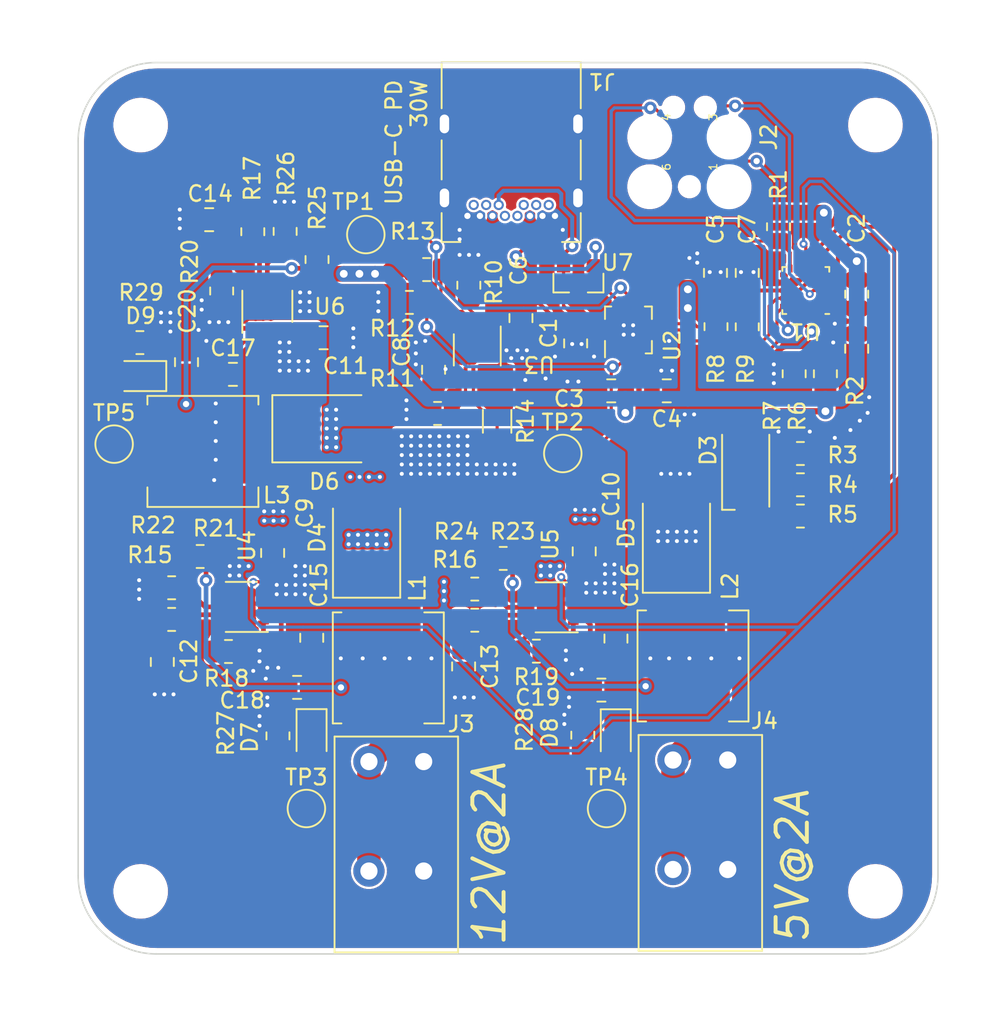
<source format=kicad_pcb>
(kicad_pcb (version 20211014) (generator pcbnew)
  (layers (0 "F.Cu" signal) (1 "In1.Cu" signal) (2 "In2.Cu" signal) (31 "B.Cu" signal) (34 "B.Paste" user) (35 "F.Paste" user) (36 "B.SilkS" user "B.Silkscreen") (37 "F.SilkS" user "F.Silkscreen") (38 "B.Mask" user) (39 "F.Mask" user) (44 "Edge.Cuts" user))
  (net 0 "")
  (net 1 "GND")
  (net 2 "/nRESET")
  (net 3 "+3V3")
  (net 4 "Net-(C4-Pad1)")
  (net 5 "Net-(C8-Pad1)")
  (net 6 "/VBUS")
  (net 7 "Net-(C12-Pad1)")
  (net 8 "Net-(C13-Pad1)")
  (net 9 "Net-(C14-Pad1)")
  (net 10 "Net-(C15-Pad1)")
  (net 11 "Net-(C16-Pad1)")
  (net 12 "Net-(C17-Pad1)")
  (net 13 "+12V")
  (net 14 "+5V")
  (net 15 "Net-(D3-Pad3)")
  (net 16 "Net-(D3-Pad1)")
  (net 17 "Net-(D3-Pad4)")
  (net 20 "/CC1")
  (net 28 "/CC2")
  (net 34 "/SWDIO")
  (net 35 "/SWDCLK")
  (net 37 "/ALERT_N")
  (net 38 "/IND_R")
  (net 39 "/IND_G")
  (net 40 "/IND_B")
  (net 41 "Net-(R6-Pad2)")
  (net 42 "/PD_PHY_SDA")
  (net 43 "/PD_PHY_SCL")
  (net 44 "Net-(R10-Pad2)")
  (net 45 "Net-(R11-Pad2)")
  (net 46 "/EN_SINK")
  (net 47 "/VBUS_FAULT")
  (net 48 "Net-(R14-Pad1)")
  (net 49 "Net-(R15-Pad2)")
  (net 50 "Net-(R16-Pad2)")
  (net 51 "Net-(R17-Pad2)")
  (net 52 "Net-(R18-Pad2)")
  (net 53 "Net-(R19-Pad2)")
  (net 54 "Net-(R20-Pad2)")
  (net 55 "Net-(R21-Pad1)")
  (net 56 "Net-(R23-Pad1)")
  (net 57 "Net-(R25-Pad1)")
  (net 60 "/OUT_EN")
  (net 77 "/12V_SW")
  (net 78 "/5V_SW")
  (net 79 "/3V3_SW")
  (net 80 "Net-(D7-Pad2)")
  (net 81 "Net-(D8-Pad2)")
  (net 82 "Net-(D9-Pad2)")
  (net 83 "/VBUS_SW")
  (footprint "Resistor_SMD:R_0805_2012Metric" (layer "F.Cu") (at 47.99 46.438)
    (fp_text reference "R11")
    (fp_text value "30k")
  )
  (footprint "Custom:SOT23-3L" (layer "F.Cu") (at 57 38)
    (fp_text reference "U7")
    (fp_text value "CDSOT23-0502B")
  )
  (footprint "Resistor_SMD:R_0805_2012Metric" (layer "F.Cu") (at 57.28 67.01125 -90)
    (fp_text reference "R28")
    (fp_text value "500")
  )
  (footprint "Diode_SMD:D_SMB" (layer "F.Cu") (at 40.97 47.4175)
    (fp_text reference "D6")
    (fp_text value "D_Schottky")
  )
  (footprint "Resistor_SMD:R_0805_2012Metric" (layer "F.Cu") (at 32.805 55.585)
    (fp_text reference "R21")
    (fp_text value "715k")
  )
  (footprint "Capacitor_SMD:C_0805_2012Metric" (layer "F.Cu") (at 57.37 55.25875 90)
    (fp_text reference "C10")
    (fp_text value "4.7uF")
  )
  (footprint "Capacitor_SMD:C_0805_2012Metric" (layer "F.Cu") (at 65.768 37.45 90)
    (fp_text reference "C5")
    (fp_text value "0.1uF")
  )
  (footprint "Resistor_SMD:R_0805_2012Metric" (layer "F.Cu") (at 74.8 38.8125 90)
    (fp_text reference "R2")
    (fp_text value "10k")
  )
  (footprint "Capacitor_SMD:C_0805_2012Metric" (layer "F.Cu") (at 31.93 43.1575 90)
    (fp_text reference "C20")
    (fp_text value "22uF")
  )
  (footprint "Resistor_SMD:R_0805_2012Metric" (layer "F.Cu") (at 30.98 57.585 180)
    (fp_text reference "R22")
    (fp_text value "50k")
  )
  (footprint "LED_SMD:LED_0805_2012Metric" (layer "F.Cu") (at 28.95 44.0475 180)
    (fp_text reference "D9")
    (fp_text value "LED")
  )
  (footprint "Capacitor_SMD:C_0805_2012Metric" (layer "F.Cu") (at 59.1 44.992)
    (fp_text reference "C3")
    (fp_text value "2.2uF")
  )
  (footprint "MountingHole:MountingHole_3mm" (layer "F.Cu") (at 76 77)
    (fp_text reference "REF" hide)
    (fp_text value "MountingHole_3mm")
  )
  (footprint "Resistor_SMD:R_1206_3216Metric" (layer "F.Cu") (at 51.8 46.946 -90)
    (fp_text reference "R14")
    (fp_text value "10m")
  )
  (footprint "Custom:HX2QFN16" (layer "F.Cu") (at 60.2 41.1 90)
    (fp_text reference "U2")
    (fp_text value "PTN5110")
  )
  (footprint "Resistor_SMD:R_0805_2012Metric" (layer "F.Cu") (at 40.28 36.5975 -90)
    (fp_text reference "R25")
    (fp_text value "316k")
  )
  (footprint "Resistor_SMD:R_0805_2012Metric" (layer "F.Cu") (at 38.24 34.7975 90)
    (fp_text reference "R26")
    (fp_text value "100k")
  )
  (footprint "Capacitor_SMD:C_0805_2012Metric" (layer "F.Cu") (at 39.94 60.785 90)
    (fp_text reference "C15")
    (fp_text value "0.47uF")
  )
  (footprint "Capacitor_SMD:C_0805_2012Metric" (layer "F.Cu") (at 74.8 42.3 90)
    (fp_text reference "C2")
    (fp_text value "0.1uF")
  )
  (footprint "Capacitor_SMD:C_0805_2012Metric" (layer "F.Cu") (at 58.47 64.12875 180)
    (fp_text reference "C19")
    (fp_text value "22uF")
  )
  (footprint "Capacitor_SMD:C_0805_2012Metric" (layer "F.Cu") (at 67.8 37.45 90)
    (fp_text reference "C7")
    (fp_text value "10uF")
  )
  (footprint "Diode_SMD:D_SMB" (layer "F.Cu") (at 43.45 54.67 90)
    (fp_text reference "D4")
    (fp_text value "D_Schottky")
  )
  (footprint "Custom:TC2030-IDC-FP" (layer "F.Cu") (at 64.1 29.4 90)
    (fp_text reference "J2")
    (fp_text value "TC2030-SWD")
  )
  (footprint "Capacitor_SMD:C_0805_2012Metric" (layer "F.Cu") (at 33.38 34.0475 180)
    (fp_text reference "C14")
    (fp_text value "470pF")
  )
  (footprint "MountingHole:MountingHole_3mm" (layer "F.Cu") (at 76 28)
    (fp_text reference "REF" hide)
    (fp_text value "MountingHole_3mm")
  )
  (footprint "Custom:SRP0620" (layer "F.Cu") (at 44.49 62.71 90)
    (fp_text reference "L1")
    (fp_text value "10uH")
  )
  (footprint "Capacitor_SMD:C_0805_2012Metric" (layer "F.Cu") (at 62.65 44.992)
    (fp_text reference "C4")
    (fp_text value "2.2uF")
  )
  (footprint "Resistor_SMD:R_0805_2012Metric" (layer "F.Cu") (at 52.19 55.70875)
    (fp_text reference "R23")
    (fp_text value "536k")
  )
  (footprint "Resistor_SMD:R_0805_2012Metric" (layer "F.Cu") (at 34.615 61.66 180)
    (fp_text reference "R18")
    (fp_text value "40.2k")
  )
  (footprint "Custom:DFN-12L" (layer "F.Cu") (at 50.53 42.374 180)
    (fp_text reference "U3")
    (fp_text value "AOZ1375DI")
  )
  (footprint "Custom:DFN-10" (layer "F.Cu") (at 55.26 58.83875 90)
    (fp_text reference "U5")
    (fp_text value "LT3685")
  )
  (footprint "Capacitor_SMD:C_0805_2012Metric" (layer "F.Cu") (at 34.9 43.9375)
    (fp_text reference "C17")
    (fp_text value "0.47uF")
  )
  (footprint "TestPoint:TestPoint_Pad_D2.0mm" (layer "F.Cu") (at 56 49)
    (fp_text reference "TP2")
    (fp_text value "TestPoint")
  )
  (footprint "Resistor_SMD:R_0805_2012Metric" (layer "F.Cu") (at 36.17 34.8175 -90)
    (fp_text reference "R17")
    (fp_text value "14k")
  )
  (footprint "Resistor_SMD:R_0805_2012Metric" (layer "F.Cu") (at 47.29 37.238 180)
    (fp_text reference "R13")
    (fp_text value "10k")
  )
  (footprint "Capacitor_SMD:C_0805_2012Metric" (layer "F.Cu") (at 59.4 60.83375 90)
    (fp_text reference "C16")
    (fp_text value "0.47uF")
  )
  (footprint "Custom:PhoenixContact_1823638" (layer "F.Cu") (at 43.6 68.7)
    (fp_text reference "J3")
    (fp_text value "Conn_01x02")
  )
  (footprint "Custom:Wurth_632723300011" (layer "F.Cu") (at 52.7 24.475 180)
    (fp_text reference "J1")
    (fp_text value "USB_C_Receptacle")
  )
  (footprint "Resistor_SMD:R_0805_2012Metric" (layer "F.Cu") (at 70.8 43.9 -90)
    (fp_text reference "R7")
    (fp_text value "10k")
  )
  (footprint "Capacitor_SMD:C_0805_2012Metric" (layer "F.Cu") (at 40.7 41.5975)
    (fp_text reference "C11")
    (fp_text value "4.7uF")
  )
  (footprint "TestPoint:TestPoint_Pad_D2.0mm" (layer "F.Cu") (at 27.3 48.4)
    (fp_text reference "TP5")
    (fp_text value "TestPoint")
  )
  (footprint "LED_SMD:LED_0805_2012Metric" (layer "F.Cu") (at 59.39 67.04125 -90)
    (fp_text reference "D8")
    (fp_text value "LED")
  )
  (footprint "Capacitor_SMD:C_0805_2012Metric" (layer "F.Cu") (at 30.384 62.329 -90)
    (fp_text reference "C12")
    (fp_text value "470pF")
  )
  (footprint "Capacitor_SMD:C_0805_2012Metric" (layer "F.Cu") (at 49.656 62.61575 -90)
    (fp_text reference "C13")
    (fp_text value "470pF")
  )
  (footprint "Resistor_SMD:R_0805_2012Metric" (layer "F.Cu") (at 28.95 41.9075 180)
    (fp_text reference "R29")
    (fp_text value "500")
  )
  (footprint "Resistor_SMD:R_0805_2012Metric" (layer "F.Cu") (at 30.98 59.61)
    (fp_text reference "R15")
    (fp_text value "26.1k")
  )
  (footprint "Resistor_SMD:R_0805_2012Metric" (layer "F.Cu") (at 37.78 67.055 -90)
    (fp_text reference "R27")
    (fp_text value "500")
  )
  (footprint "TestPoint:TestPoint_Pad_D2.0mm" (layer "F.Cu") (at 43.4 35)
    (fp_text reference "TP1")
    (fp_text value "TestPoint")
  )
  (footprint "Custom:SRP0620" (layer "F.Cu") (at 63.98 62.58375 90)
    (fp_text reference "L2")
    (fp_text value "4.7uH")
  )
  (footprint "Resistor_SMD:R_0805_2012Metric" (layer "F.Cu") (at 34.18 38.6075 90)
    (fp_text reference "R20")
    (fp_text value "40.2k")
  )
  (footprint "Capacitor_SMD:C_0805_2012Metric" (layer "F.Cu") (at 39.005 63.955 180)
    (fp_text reference "C18")
    (fp_text value "22uF")
  )
  (footprint "Resistor_SMD:R_0805_2012Metric" (layer "F.Cu") (at 54.31 61.63875 180)
    (fp_text reference "R19")
    (fp_text value "40.2k")
  )
  (footprint "LED_SMD:LED_0805_2012Metric" (layer "F.Cu") (at 39.93 67.03 -90)
    (fp_text reference "D7")
    (fp_text value "LED")
  )
  (footprint "Resistor_SMD:R_0805_2012Metric" (layer "F.Cu") (at 67.8 40.9 -90)
    (fp_text reference "R9")
    (fp_text value "10k")
  )
  (footprint "LED_SMD:LED_RGB_Wuerth-PLCC4_3.2x2.8mm_150141M173100" (layer "F.Cu") (at 67.7 50.1 90)
    (fp_text reference "D3")
    (fp_text value "LED_RABG")
  )
  (footprint "Custom:DFN-10" (layer "F.Cu") (at 35.44 58.81 90)
    (fp_text reference "U4")
    (fp_text value "LT3685")
  )
  (footprint "Resistor_SMD:R_0805_2012Metric" (layer "F.Cu") (at 50.37 57.66875 180)
    (fp_text reference "R24")
    (fp_text value "100k")
  )
  (footprint "Custom:DFN-10" (layer "F.Cu") (at 37.1 39.5875)
    (fp_text reference "U6")
    (fp_text value "LT3685")
  )
  (footprint "Resistor_SMD:R_0805_2012Metric" (layer "F.Cu") (at 69.8 34.5 90)
    (fp_text reference "R1")
    (fp_text value "10k")
  )
  (footprint "Resistor_SMD:R_0805_2012Metric" (layer "F.Cu") (at 71.2 53)
    (fp_text reference "R5")
    (fp_text value "500")
  )
  (footprint "Capacitor_SMD:C_0805_2012Metric" (layer "F.Cu") (at 47.736 43.644 90)
    (fp_text reference "C8")
    (fp_text value "0.001uF")
  )
  (footprint "MountingHole:MountingHole_3mm" (layer "F.Cu") (at 29 28)
    (fp_text reference "REF**" hide)
    (fp_text value "MountingHole_3mm")
  )
  (footprint "Resistor_SMD:R_0805_2012Metric" (layer "F.Cu") (at 65.8 40.8875 -90)
    (fp_text reference "R8")
    (fp_text value "10k")
  )
  (footprint "TestPoint:TestPoint_Pad_D2.0mm" (layer "F.Cu") (at 39.6 71.7)
    (fp_text reference "TP3")
    (fp_text value "TestPoint")
  )
  (footprint "Resistor_SMD:R_0805_2012Metric" (layer "F.Cu") (at 50.37 59.65875)
    (fp_text reference "R16")
    (fp_text value "16.2k")
  )
  (footprint "Resistor_SMD:R_0805_2012Metric" (layer "F.Cu") (at 49.99 38.238 -90)
    (fp_text reference "R10")
    (fp_text value "20k")
  )
  (footprint "Capacitor_SMD:C_0805_2012Metric" (layer "F.Cu") (at 53.324 40.342 -90)
    (fp_text reference "C6")
    (fp_text value "10uF")
  )
  (footprint "Resistor_SMD:R_0805_2012Metric" (layer "F.Cu") (at 46.19 39.338 180)
    (fp_text reference "R12")
    (fp_text value "10k")
  )
  (footprint "TestPoint:TestPoint_Pad_D2.0mm" (layer "F.Cu") (at 58.8 71.7)
    (fp_text reference "TP4")
    (fp_text value "TestPoint")
  )
  (footprint "Resistor_SMD:R_0805_2012Metric" (layer "F.Cu") (at 71.2 51 180)
    (fp_text reference "R4")
    (fp_text value "500")
  )
  (footprint "Resistor_SMD:R_0805_2012Metric" (layer "F.Cu") (at 72.8 43.9 90)
    (fp_text reference "R6")
    (fp_text value "NP")
  )
  (footprint "MountingHole:MountingHole_3mm" (layer "F.Cu") (at 29 77)
    (fp_text reference "REF" hide)
    (fp_text value "MountingHole_3mm")
  )
  (footprint "Custom:UFQFPN-20" (layer "F.Cu") (at 71.546 38.576 180)
    (fp_text reference "U1")
    (fp_text value "STM32L011")
  )
  (footprint "Diode_SMD:D_SMB" (layer "F.Cu") (at 63.27 54.35375 90)
    (fp_text reference "D5")
    (fp_text value "D_Schottky")
  )
  (footprint "Capacitor_SMD:C_0805_2012Metric" (layer "F.Cu") (at 37.44 55.36 90)
    (fp_text reference "C9")
    (fp_text value "10uF")
  )
  (footprint "Capacitor_SMD:C_0805_2012Metric" (layer "F.Cu") (at 56.822 41.958 90)
    (fp_text reference "C1")
    (fp_text value "2.2uF")
  )
  (footprint "Resistor_SMD:R_0805_2012Metric" (layer "F.Cu") (at 71.2 49 180)
    (fp_text reference "R3")
    (fp_text value "500")
  )
  (footprint "Custom:SRP0620" (layer "F.Cu") (at 32.98 48.5175)
    (fp_text reference "L3")
    (fp_text value "4.7uH")
  )
  (footprint "Custom:PhoenixContact_1823638" (layer "F.Cu") (at 63.05 68.6)
    (fp_text reference "J4")
    (fp_text value "Conn_01x02")
  )
  (gr_line (start 75 81) (end 30 81) (layer "Edge.Cuts") (width 0.1))
  (gr_arc (start 30 81) (mid 26.464466 79.535534) (end 25 76) (layer "Edge.Cuts") (width 0.1))
  (gr_arc (start 25 29) (mid 26.464466 25.464466) (end 30 24) (layer "Edge.Cuts") (width 0.1))
  (gr_line (start 80 29) (end 80 76) (layer "Edge.Cuts") (width 0.1))
  (gr_line (start 30 24) (end 75 24) (layer "Edge.Cuts") (width 0.1))
  (gr_arc (start 80 76) (mid 78.535534 79.535534) (end 75 81) (layer "Edge.Cuts") (width 0.1))
  (gr_arc (start 75 24) (mid 78.535534 25.464466) (end 80 29) (layer "Edge.Cuts") (width 0.1))
  (gr_line (start 25 76) (end 25 29) (layer "Edge.Cuts") (width 0.1))
  (gr_text "12V@2A" (at 51.3 74.6 90) (layer "F.SilkS") (effects (font (size 2 2) (thickness 0.25) italic)))
  (gr_text "5V@2A" (at 70.7 75.4 90) (layer "F.SilkS") (effects (font (size 2 2) (thickness 0.25) italic)))
  (gr_text "USB-C PD\n30W\n" (at 46 25 90) (layer "F.SilkS") (effects (font (size 1 1)) (justify right)))
  (segment (start 69.1 36.7) (end 68.9 36.5) (width 0.25) (layer "F.Cu") (net 1))
  (segment (start 69.1 37.7) (end 69.1 36.7) (width 0.25) (layer "F.Cu") (net 1))
  (segment (start 68.9 36.5) (end 67.8 36.5) (width 0.25) (layer "F.Cu") (net 1))
  (segment (start 70.246 38.076) (end 69.476 38.076) (width 0.25) (layer "F.Cu") (net 1))
  (segment (start 69.476 38.076) (end 69.1 37.7) (width 0.25) (layer "F.Cu") (net 1))
  (via (at 43 50.5) (size 0.508) (drill 0.254) (layers "F.Cu" "B.Cu") (net 1))
  (via (at 63.5 50.3) (size 0.508) (drill 0.254) (layers "F.Cu" "B.Cu") (net 1))
  (via (at 71.8 47.6) (size 0.508) (drill 0.254) (layers "F.Cu" "B.Cu") (net 1))
  (via (at 49.7 64.6) (size 0.508) (drill 0.254) (layers "F.Cu" "B.Cu") (net 1))
  (via (at 40.9 48.6) (size 0.508) (drill 0.254) (layers "F.Cu" "B.Cu") (net 1))
  (via (at 58 53.2) (size 0.508) (drill 0.254) (layers "F.Cu" "B.Cu") (net 1))
  (via (at 38.2 32.9) (size 0.508) (drill 0.254) (layers "F.Cu" "B.Cu") (net 1))
  (via (at 41.8 62.1) (size 0.508) (drill 0.254) (layers "F.Cu" "B.Cu") (net 1))
  (via (at 66.1 37.4) (size 0.508) (drill 0.254) (layers "F.Cu" "B.Cu") (net 1))
  (via (at 44.2 38.7) (size 0.508) (drill 0.254) (layers "F.Cu" "B.Cu") (net 1))
  (via (at 53.1 42.4) (size 0.508) (drill 0.254) (layers "F.Cu" "B.Cu") (net 1))
  (via (at 75 46.9) (size 0.508) (drill 0.254) (layers "F.Cu" "B.Cu") (net 1))
  (via (at 64.1 50.3) (size 0.508) (drill 0.254) (layers "F.Cu" "B.Cu") (net 1))
  (via (at 68.2 37.4) (size 0.508) (drill 0.254) (layers "F.Cu" "B.Cu") (net 1))
  (via (at 34.7 56.2) (size 0.508) (drill 0.254) (layers "F.Cu" "B.Cu") (net 1))
  (via (at 46 45.6) (size 0.508) (drill 0.254) (layers "F.Cu" "B.Cu") (net 1))
  (via (at 59.9 41.4) (size 0.508) (drill 0.254) (layers "F.Cu" "B.Cu") (net 1))
  (via (at 42.4 50.5) (size 0.508) (drill 0.254) (layers "F.Cu" "B.Cu") (net 1))
  (via (at 43.6 50.5) (size 0.508) (drill 0.254) (layers "F.Cu" "B.Cu") (net 1))
  (via (at 75.6 45.4) (size 0.508) (drill 0.254) (layers "F.Cu" "B.Cu") (net 1))
  (via (at 37.8 62.7) (size 0.508) (drill 0.254) (layers "F.Cu" "B.Cu") (net 1))
  (via (at 40.9 47.4) (size 0.508) (drill 0.254) (layers "F.Cu" "B.Cu") (net 1))
  (via (at 37 63.4) (size 0.508) (drill 0.254) (layers "F.Cu" "B.Cu") (net 1))
  (via (at 28.9 58.3) (size 0.508) (drill 0.254) (layers "F.Cu" "B.Cu") (net 1))
  (via (at 39.8 38.7) (size 0.508) (drill 0.254) (layers "F.Cu" "B.Cu") (net 1))
  (via (at 30.9 41.2) (size 0.508) (drill 0.254) (layers "F.Cu" "B.Cu") (net 1))
  (via (at 64.5 54.6) (size 0.508) (drill 0.254) (layers "F.Cu" "B.Cu") (net 1))
  (via (at 73.3 41.9) (size 0.508) (drill 0.254) (layers "F.Cu" "B.Cu") (net 1))
  (via (at 36.6 65.8) (size 0.508) (drill 0.254) (layers "F.Cu" "B.Cu") (net 1))
  (via (at 49.4 35.3) (size 0.508) (drill 0.254) (layers "F.Cu" "B.Cu") (net 1))
  (via (at 46 46.8) (size 0.508) (drill 0.254) (layers "F.Cu" "B.Cu") (net 1))
  (via (at 64.1 62.1) (size 0.508) (drill 0.254) (layers "F.Cu" "B.Cu") (net 1))
  (via (at 54.6 56.8) (size 0.508) (drill 0.254) (layers "F.Cu" "B.Cu") (net 1))
  (via (at 58 42.8) (size 0.508) (drill 0.254) (layers "F.Cu" "B.Cu") (net 1))
  (via (at 55.2 56.2) (size 0.508) (drill 0.254) (layers "F.Cu" "B.Cu") (net 1))
  (via (at 35.3 56.2) (size 0.508) (drill 0.254) (layers "F.Cu" "B.Cu") (net 1))
  (via (at 64.4 46.5) (size 0.508) (drill 0.254) (layers "F.Cu" "B.Cu") (net 1))
  (via (at 42.3 54.8) (size 0.508) (drill 0.254) (layers "F.Cu" "B.Cu") (net 1))
  (via (at 36.6 66.4) (size 0.508) (drill 0.254) (layers "F.Cu" "B.Cu") (net 1))
  (via (at 57.2 42) (size 0.508) (drill 0.254) (layers "F.Cu" "B.Cu") (net 1))
  (via (at 63.9 54) (size 0.508) (drill 0.254) (layers "F.Cu" "B.Cu") (net 1))
  (via (at 39.8 39.9) (size 0.508) (drill 0.254) (layers "F.Cu" "B.Cu") (net 1))
  (via (at 47.6 62.1) (size 0.508) (drill 0.254) (layers "F.Cu" "B.Cu") (net 1))
  (via (at 35.9 56.2) (size 0.508) (drill 0.254) (layers "F.Cu" "B.Cu") (net 1))
  (via (at 31.5 34.6) (size 0.508) (drill 0.254) (layers "F.Cu" "B.Cu") (net 1))
  (via (at 36.6 61.6) (size 0.508) (drill 0.254) (layers "F.Cu" "B.Cu") (net 1))
  (via (at 33.8 47) (size 0.508) (drill 0.254) (layers "F.Cu" "B.Cu") (net 1))
  (via (at 39.2 39.3) (size 0.508) (drill 0.254) (layers "F.Cu" "B.Cu") (net 1))
  (via (at 34.6 40.6) (size 0.508) (drill 0.254) (layers "F.Cu" "B.Cu") (net 1))
  (via (at 53.7 42.4) (size 0.508) (drill 0.254) (layers "F.Cu" "B.Cu") (net 1))
  (via (at 69.5 43.3) (size 0.508) (drill 0.254) (layers "F.Cu" "B.Cu") (net 1))
  (via (at 75.5 46.4) (size 0.508) (drill 0.254) (layers "F.Cu" "B.Cu") (net 1))
  (via (at 57.4 52.6) (size 0.508) (drill 0.254) (layers "F.Cu" "B.Cu") (net 1))
  (via (at 31.1 64.4) (size 0.508) (drill 0.254) (layers "F.Cu" "B.Cu") (net 1))
  (via (at 56.6 63.1) (size 0.508) (drill 0.254) (layers "F.Cu" "B.Cu") (net 1))
  (via (at 44.1 54.2) (size 0.508) (drill 0.254) (layers "F.Cu" "B.Cu") (net 1))
  (via (at 50.3 64.6) (size 0.508) (drill 0.254) (layers "F.Cu" "B.Cu") (net 1))
  (via (at 37.6 32.9) (size 0.508) (drill 0.254) (layers "F.Cu" "B.Cu") (net 1))
  (via (at 39.2 38.7) (size 0.508) (drill 0.254) (layers "F.Cu" "B.Cu") (net 1))
  (via (at 44.6 62.1) (size 0.508) (drill 0.254) (layers "F.Cu" "B.Cu") (net 1))
  (via (at 33.8 49.4) (size 0.508) (drill 0.254) (layers "F.Cu" "B.Cu") (net 1))
  (via (at 73.4 48) (size 0.508) (drill 0.254) (layers "F.Cu" "B.Cu") (net 1))
  (via (at 33.8 48.2) (size 0.508) (drill 0.254) (layers "F.Cu" "B.Cu") (net 1))
  (via (at 44.1 54.8) (size 0.508) (drill 0.254) (layers "F.Cu" "B.Cu") (net 1))
  (via (at 62.7 54) (size 0.508) (drill 0.254) (layers "F.Cu" "B.Cu") (net 1))
  (via (at 64.6 36.8) (size 0.508) (drill 0.254) (layers "F.Cu" "B.Cu") (net 1))
  (via (at 67.4 37.4) (size 0.508) (drill 0.254) (layers "F.Cu" "B.Cu") (net 1))
  (via (at 38.1 52.7) (size 0.508) (drill 0.254) (layers "F.Cu" "B.Cu") (net 1))
  (via (at 56.6 42) (size 0.508) (drill 0.254) (layers "F.Cu" "B.Cu") (net 1))
  (via (at 43.5 54.8) (size 0.508) (drill 0.254) (layers "F.Cu" "B.Cu") (net 1))
  (via (at 48.5 43.6) (size 0.508) (drill 0.254) (layers "F.Cu" "B.Cu") (net 1))
  (via (at 42.9 54.8) (size 0.508) (drill 0.254) (layers "F.Cu" "B.Cu") (net 1))
  (via (at 62.9 50.3) (size 0.508) (drill 0.254) (layers "F.Cu" "B.Cu") (net 1))
  (via (at 61.6 62.1) (size 0.508) (drill 0.254) (layers "F.Cu" "B.Cu") (net 1))
  (via (at 55.2 56.8) (size 0.508) (drill 0.254) (layers "F.Cu" "B.Cu") (net 1))
  (via (at 44.2 39.3) (size 0.508) (drill 0.254) (layers "F.Cu" "B.Cu") (net 1))
  (via (at 50 36.3) (size 0.508) (drill 0.254) (layers "F.Cu" "B.Cu") (net 1))
  (via (at 64.1 36.5) (size 0.508) (drill 0.254) (layers "F.Cu" "B.Cu") (net 1))
  (via (at 56.8 52.6) (size 0.508) (drill 0.254) (layers "F.Cu" "B.Cu") (net 1))
  (via (at 48.4 57.2) (size 0.508) (drill 0.254) (layers "F.Cu" "B.Cu") (net 1))
  (via (at 41.5 48) (size 0.508) (drill 0.254) (layers "F.Cu" "B.Cu") (net 1))
  (via (at 50.6 36.3) (size 0.508) (drill 0.254) (layers "F.Cu" "B.Cu") (net 1))
  (via (at 63.3 54) (size 0.508) (drill 0.254) (layers "F.Cu" "B.Cu") (net 1))
  (via (at 42.9 54.2) (size 0.508) (drill 0.254) (layers "F.Cu" "B.Cu") (net 1))
  (via (at 41.5 46.8) (size 0.508) (drill 0.254) (layers "F.Cu" "B.Cu") (net 1))
  (via (at 53.6 44.3) (size 0.508) (drill 0.254) (layers "F.Cu" "B.Cu") (net 1))
  (via (at 36.2 62.9) (size 0.508) (drill 0.254) (layers "F.Cu" "B.Cu") (net 1))
  (via (at 48.4 57.8) (size 0.508) (drill 0.254) (layers "F.Cu" "B.Cu") (net 1))
  (via (at 37.1 64.6) (size 0.508) (drill 0.254) (layers "F.Cu" "B.Cu") (net 1))
  (via (at 63.9 54.6) (size 0.508) (drill 0.254) (layers "F.Cu" "B.Cu") (net 1))
  (via (at 58 52.6) (size 0.508) (drill 0.254) (layers "F.Cu" "B.Cu") (net 1))
  (via (at 56.2 61.6) (size 0.508) (drill 0.254) (layers "F.Cu" "B.Cu") (net 1))
  (via (at 30.9 40.6) (size 0.508) (drill 0.254) (layers "F.Cu" "B.Cu") (net 1))
  (via (at 31.5 34) (size 0.508) (drill 0.254) (layers "F.Cu" "B.Cu") (net 1))
  (via (at 44.2 39.9) (size 0.508) (drill 0.254) (layers "F.Cu" "B.Cu") (net 1))
  (via (at 40.9 48) (size 0.508) (drill 0.254) (layers "F.Cu" "B.Cu") (net 1))
  (via (at 44.7 54.2) (size 0.508) (drill 0.254) (layers "F.Cu" "B.Cu") (net 1))
  (via (at 41.5 47.4) (size 0.508) (drill 0.254) (layers "F.Cu" "B.Cu") (net 1))
  (via (at 48.4 58.4) (size 0.508) (drill 0.254) (layers "F.Cu" "B.Cu") (net 1))
  (via (at 54.9 44.2) (size 0.508) (drill 0.254) (layers "F.Cu" "B.Cu") (net 1))
  (via (at 40.9 46.2) (size 0.508) (drill 0.254) (layers "F.Cu" "B.Cu") (net 1))
  (via (at 62.8 62.1) (size 0.508) (drill 0.254) (layers "F.Cu" "B.Cu") (net 1))
  (via (at 30.3 40.6) (size 0.508) (drill 0.254) (layers "F.Cu" "B.Cu") (net 1))
  (via (at 39.2 39.9) (size 0.508) (drill 0.254) (layers "F.Cu" "B.Cu") (net 1))
  (via (at 43.2 62.1) (size 0.508) (drill 0.254) (layers "F.Cu" "B.Cu") (net 1))
  (via (at 57.4 53.2) (size 0.508) (drill 0.254) (layers "F.Cu" "B.Cu") (net 1))
  (via (at 52.4 42.4) (size 0.508) (drill 0.254) (layers "F.Cu" "B.Cu") (net 1))
  (via (at 30.3 40) (size 0.508) (drill 0.254) (layers "F.Cu" "B.Cu") (net 1))
  (via (at 64.5 54) (size 0.508) (drill 0.254) (layers "F.Cu" "B.Cu") (net 1))
  (via (at 38.1 53.3) (size 0.508) (drill 0.254) (layers "F.Cu" "B.Cu") (net 1))
  (via (at 36.9 53.3) (size 0.508) (drill 0.254) (layers "F.Cu" "B.Cu") (net 1))
  (via (at 55.8 56.2) (size 0.508) (drill 0.254) (layers "F.Cu" "B.Cu") (net 1))
  (via (at 62.1 54) (size 0.508) (drill 0.254) (layers "F.Cu" "B.Cu") (net 1))
  (via (at 62.3 50.3) (size 0.508) (drill 0.254) (layers "F.Cu" "B.Cu") (net 1))
  (via (at 41.5 46.2) (size 0.508) (drill 0.254) (layers "F.Cu" "B.Cu") (net 1))
  (via (at 56.4 64.6) (size 0.508) (drill 0.254) (layers "F.Cu" "B.Cu") (net 1))
  (via (at 56.2 62.2) (size 0.508) (drill 0.254) (layers "F.Cu" "B.Cu") (net 1))
  (via (at 62.8 41.8) (size 0.508) (drill 0.254) (layers "F.Cu" "B.Cu") (net 1))
  (via (at 30.5 64.4) (size 0.508) (drill 0.254) (layers "F.Cu" "B.Cu") (net 1))
  (via (at 62.7 54.6) (size 0.508) (drill 0.254) (layers "F.Cu" "B.Cu") (net 1))
  (via (at 60.5 40.8) (size 0.508) (drill 0.254) (layers "F.Cu" "B.Cu") (net 1))
  (via (at 56 34.7) (size 0.508) (drill 0.254) (layers "F.Cu" "B.Cu") (net 1))
  (via (at 56.1 66.3) (size 0.508) (drill 0.254) (layers "F.Cu" "B.Cu") (net 1))
  (via (at 42.3 54.2) (size 0.508) (drill 0.254) (layers "F.Cu" "B.Cu") (net 1))
  (via (at 54.6 56.2) (size 0.508) (drill 0.254) (layers "F.Cu" "B.Cu") (net 1))
  (via (at 69.5 44.5) (size 0.508) (drill 0.254) (layers "F.Cu" "B.Cu") (net 1))
  (via (at 39.8 39.3) (size 0.508) (drill 0.254) (layers "F.Cu" "B.Cu") (net 1))
  (via (at 59.9 40.8) (size 0.508) (drill 0.254) (layers "F.Cu" "B.Cu") (net 1))
  (via (at 56.1 65.7) (size 0.508) (drill 0.254) (layers "F.Cu" "B.Cu") (net 1))
  (via (at 57 44.4) (size 0.508) (drill 0.254) (layers "F.Cu" "B.Cu") (net 1))
  (via (at 33.2 41.8) (size 0.508) (drill 0.254) (layers "F.Cu" "B.Cu") (net 1))
  (via (at 36.9 52.7) (size 0.508) (drill 0.254) (layers "F.Cu" "B.Cu") (net 1))
  (via (at 64.6 36.2) (size 0.508) (drill 0.254) (layers "F.Cu" "B.Cu") (net 1))
  (via (at 49.4 34.7) (size 0.508) (drill 0.254) (layers "F.Cu" "B.Cu") (net 1))
  (via (at 49.1 64.6) (size 0.508) (drill 0.254) (layers "F.Cu" "B.Cu") (net 1))
  (via (at 63.8 46.5) (size 0.508) (drill 0.254) (layers "F.Cu" "B.Cu") (net 1))
  (via (at 56.8 53.2) (size 0.508) (drill 0.254) (layers "F.Cu" "B.Cu") (net 1))
  (via (at 53.4 42.9) (size 0.508) (drill 0.254) (layers "F.Cu" "B.Cu") (net 1))
  (via (at 65.4 37.4) (size 0.508) (drill 0.254) (layers "F.Cu" "B.Cu") (net 1))
  (via (at 52.7 42.9) (size 0.508) (drill 0.254) (layers "F.Cu" "B.Cu") (net 1))
  (via (at 37.5 52.7) (size 0.508) (drill 0.254) (layers "F.Cu" "B.Cu") (net 1))
  (via (at 46.6 43.3) (size 0.508) (drill 0.254) (layers "F.Cu" "B.Cu") (net 1))
  (via (at 31.5 33.4) (size 0.508) (drill 0.254) (layers "F.Cu" "B.Cu") (net 1))
  (via (at 37.1 65.1) (size 0.508) (drill 0.254) (layers "F.Cu" "B.Cu") (net 1))
  (via (at 44.3 50.5) (size 0.508) (drill 0.254) (layers "F.Cu" "B.Cu") (net 1))
  (via (at 34.7 56.8) (size 0.508) (drill 0.254) (layers "F.Cu" "B.Cu") (net 1))
  (via (at 32.9 39.8) (size 0.508) (drill 0.254) (layers "F.Cu" "B.Cu") (net 1))
  (via (at 62.1 54.6) (size 0.508) (drill 0.254) (layers "F.Cu" "B.Cu") (net 1))
  (via (at 28.9 57.1) (size 0.508) (drill 0.254) (layers "F.Cu" "B.Cu") (net 1))
  (via (at 37.5 53.3) (size 0.508) (drill 0.254) (layers "F.Cu" "B.Cu") (net 1))
  (via (at 60.5 41.4) (size 0.508) (drill 0.254) (layers "F.Cu" "B.Cu") (net 1))
  (via (at 46.6 41.9) (size 0.508) (drill 0.254) (layers "F.Cu" "B.Cu") (net 1))
  (via (at 62.3 43.7) (size 0.508) (drill 0.254) (layers "F.Cu" "B.Cu") (net 1))
  (via (at 33.4 40.6) (size 0.508) (drill 0.254) (layers "F.Cu" "B.Cu") (net 1))
  (via (at 69.8 47.6) (size 0.508) (drill 0.254) (layers "F.Cu" "B.Cu") (net 1))
  (via (at 44.7 54.8) (size 0.508) (drill 0.254) (layers "F.Cu" "B.Cu") (net 1))
  (via (at 42.6 41.6) (size 0.508) (drill 0.254) (layers "F.Cu" "B.Cu") (net 1))
  (via (at 30.9 40) (size 0.508) (drill 0.254) (layers "F.Cu" "B.Cu") (net 1))
  (via (at 41.5 48.6) (size 0.508) (drill 0.254) (layers "F.Cu" "B.Cu") (net 1))
  (via (at 29.9 64.4) (size 0.508) (drill 0.254) (layers "F.Cu" "B.Cu") (net 1))
  (via (at 49.4 36.3) (size 0.508) (drill 0.254) (layers "F.Cu" "B.Cu") (net 1))
  (via (at 56.3 44.4) (size 0.508) (drill 0.254) (layers "F.Cu" "B.Cu") (net 1))
  (via (at 63.3 54.6) (size 0.508) (drill 0.254) (layers "F.Cu" "B.Cu") (net 1))
  (via (at 69.5 43.9) (size 0.508) (drill 0.254) (layers "F.Cu" "B.Cu") (net 1))
  (via (at 34 40.6) (size 0.508) (drill 0.254) (layers "F.Cu" "B.Cu") (net 1))
  (via (at 63 43.7) (size 0.508) (drill 0.254) (layers "F.Cu" "B.Cu") (net 1))
  (via (at 46.2 62.1) (size 0.508) (drill 0.254) (layers "F.Cu" "B.Cu") (net 1))
  (via (at 33.8 45.8) (size 0.508) (drill 0.254) (layers "F.Cu" "B.Cu") (net 1))
  (via (at 32.7 41.1) (size 0.508) (drill 0.254) (layers "F.Cu" "B.Cu") (net 1))
  (via (at 73.4 40.7) (size 0.508) (drill 0.254) (layers "F.Cu" "B.Cu") (net 1))
  (via (at 38.8 32.9) (size 0.508) (drill 0.254) (layers "F.Cu" "B.Cu") (net 1))
  (via (at 37.1 62.7) (size 0.508) (drill 0.254) (layers "F.Cu" "B.Cu") (net 1))
  (via (at 32.9 39.2) (size 0.508) (drill 0.254) (layers "F.Cu" "B.Cu") (net 1))
  (via (at 42.6 41) (size 0.508) (drill 0.254) (layers "F.Cu" "B.Cu") (net 1))
  (via (at 42.6 42.2) (size 0.508) (drill 0.254) (layers "F.Cu" "B.Cu") (net 1))
  (via (at 46.6 42.6) (size 0.508) (drill 0.254) (layers "F.Cu" "B.Cu") (net 1))
  (via (at 56.4 65.2) (size 0.508) (drill 0.254) (layers "F.Cu" "B.Cu") (net 1))
  (via (at 46 46.2) (size 0.508) (drill 0.254) (layers "F.Cu" "B.Cu") (net 1))
  (via (at 47.2 41.8) (size 0.508) (drill 0.254) (layers "F.Cu" "B.Cu") (net 1))
  (via (at 74.4 47.5) (size 0.508) (drill 0.254) (layers "F.Cu" "B.Cu") (net 1))
  (via (at 40.9 46.8) (size 0.508) (drill 0.254) (layers "F.Cu" "B.Cu") (net 1))
  (via (at 43.5 54.2) (size 0.508) (drill 0.254) (layers "F.Cu" "B.Cu") (net 1))
  (via (at 57.2 62.8) (size 0.508) (drill 0.254) (layers "F.Cu" "B.Cu") (net 1))
  (via (at 35.3 56.8) (size 0.508) (drill 0.254) (layers "F.Cu" "B.Cu") (net 1))
  (via (at 55.5 42.8) (size 0.508) (drill 0.254) (layers "F.Cu" "B.Cu") (net 1))
  (via (at 36.6 62.3) (size 0.508) (drill 0.254) (layers "F.Cu" "B.Cu") (net 1))
  (via (at 28.9 57.7) (size 0.508) (drill 0.254) (layers "F.Cu" "B.Cu") (net 1))
  (via (at 67.3 62.1) (size 0.508) (drill 0.254) (layers "F.Cu" "B.Cu") (net 1))
  (via (at 65.5 62.1) (size 0.508) (drill 0.254) (layers "F.Cu" "B.Cu") (net 1))
  (via (at 33.7 50.7) (size 0.508) (drill 0.254) (layers "F.Cu" "B.Cu") (net 1))
  (segment (start 65.101394 28.13) (end 66.462282 26.769112) (width 0.2) (layer "F.Cu") (net 2))
  (segment (start 72.846 38.576) (end 72.024 38.576) (width 0.2) (layer "F.Cu") (net 2))
  (segment (start 73.396 38.576) (end 74.545 39.725) (width 0.2) (layer "F.Cu") (net 2))
  (segment (start 72.846 38.576) (end 73.396 38.576) (width 0.2) (layer "F.Cu") (net 2))
  (segment (start 74.8 39.725) (end 74.8 41.35) (width 0.2) (layer "F.Cu") (net 2))
  (segment (start 74.545 39.725) (end 74.8 39.725) (width 0.2) (layer "F.Cu") (net 2))
  (segment (start 72.024 38.576) (end 71.8 38.8) (width 0.2) (layer "F.Cu") (net 2))
  (segment (start 66.462282 26.769112) (end 67.026636 26.769112) (width 0.2) (layer "F.Cu") (net 2))
  (segment (start 64.735 28.13) (end 65.101394 28.13) (width 0.2) (layer "F.Cu") (net 2))
  (via (at 71.8 38.8) (size 0.508) (drill 0.254) (layers "F.Cu" "B.Cu") (net 2))
  (via (at 67.026636 26.769112) (size 0.8) (drill 0.4) (layers "F.Cu" "B.Cu") (net 2))
  (segment (start 70.5 37.5) (end 70.5 28.7) (width 0.2) (layer "B.Cu") (net 2))
  (segment (start 70.5 28.7) (end 68.569112 26.769112) (width 0.2) (layer "B.Cu") (net 2))
  (segment (start 71.8 38.8) (end 70.5 37.5) (width 0.2) (layer "B.Cu") (net 2))
  (segment (start 68.569112 26.769112) (end 67.026636 26.769112) (width 0.2) (layer "B.Cu") (net 2))
  (segment (start 74.624 38.076) (end 74.8 37.9) (width 0.25) (layer "F.Cu") (net 3))
  (segment (start 68.4 48.55) (end 68.4 47.1) (width 0.4) (layer "F.Cu") (net 3))
  (segment (start 74.70625 37.9) (end 74.8 37.9) (width 0.4) (layer "F.Cu") (net 3))
  (segment (start 72.8 44.8125) (end 72.8 46.3) (width 1) (layer "F.Cu") (net 3))
  (segment (start 69.8 33.5875) (end 69.8125 33.6) (width 1) (layer "F.Cu") (net 3))
  (segment (start 46.3775 37.238) (end 45 37.238) (width 1) (layer "F.Cu") (net 3))
  (segment (start 38.66 37.1575) (end 39.9275 37.1575) (width 0.3) (layer "F.Cu") (net 3))
  (segment (start 64.735 30.67) (end 64.945021 30.880021) (width 0.2) (layer "F.Cu") (net 3))
  (segment (start 41.99 37.51) (end 40.28 37.51) (width 1) (layer "F.Cu") (net 3))
  (segment (start 70.246 38.576) (end 71.124 38.576) (width 0.25) (layer "F.Cu") (net 3))
  (segment (start 64.945021 30.880021) (end 64.945021 33.145021) (width 0.2) (layer "F.Cu") (net 3))
  (segment (start 45 37.238) (end 44.728 37.51) (width 1) (layer "F.Cu") (net 3))
  (segment (start 70.246 38.576) (end 67.976 38.576) (width 0.25) (layer "F.Cu") (net 3))
  (segment (start 27.3 48.4) (end 30.0375 48.4) (width 1) (layer "F.Cu") (net 3))
  (segment (start 67.976 38.576) (end 67.8 38.4) (width 0.25) (layer "F.Cu") (net 3))
  (segment (start 60 46.4) (end 60 45.042) (width 1) (layer "F.Cu") (net 3))
  (segment (start 71.124 38.576) (end 71.624 38.076) (width 0.25) (layer "F.Cu") (net 3))
  (segment (start 60 45.042) (end 60.05 44.992) (width 1) (layer "F.Cu") (net 3))
  (segment (start 43.99 37.51) (end 42.99 37.51) (width 1) (layer "F.Cu") (net 3))
  (segment (start 60.2 42.45) (end 60.2 44.842) (width 0.25) (layer "F.Cu") (net 3))
  (segment (start 60.2 44.842) (end 60.05 44.992) (width 0.25) (layer "F.Cu") (net 3))
  (segment (start 30.0375 48.4) (end 30.155 48.5175) (width 1) (layer "F.Cu") (net 3))
  (segment (start 44.728 37.51) (end 43.99 37.51) (width 1) (layer "F.Cu") (net 3))
  (segment (start 69.5875 33.8) (end 69.8 33.5875) (width 0.2) (layer "F.Cu") (net 3))
  (segment (start 42.99 37.51) (end 41.99 37.51) (width 1) (layer "F.Cu") (net 3))
  (segment (start 68.4 47.1) (end 69.2 46.3) (width 0.4) (layer "F.Cu") (net 3))
  (segment (start 39.9275 37.1575) (end 40.28 37.51) (width 0.3) (layer "F.Cu") (net 3))
  (segment (start 72.846 38.076) (end 74.624 38.076) (width 0.25) (layer "F.Cu") (net 3))
  (segment (start 74.8 36.7) (end 74.8 37.9) (width 1) (layer "F.Cu") (net 3))
  (segment (start 71.624 38.076) (end 72.846 38.076) (width 0.25) (layer "F.Cu") (net 3))
  (segment (start 31.93 45.8075) (end 31.9 45.8375) (width 0.3) (layer "F.Cu") (net 3))
  (segment (start 31.93 44.1075) (end 32.01 44.1075) (width 0.3) (layer "F.Cu") (net 3))
  (segment (start 31.93 44.1075) (end 31.93 45.8075) (width 0.3) (layer "F.Cu") (net 3))
  (segment (start 69.8125 33.6) (end 72.7 33.6) (width 1) (layer "F.Cu") (net 3))
  (segment (start 35.1175 41) (end 36.1 41) (width 0.3) (layer "F.Cu") (net 3))
  (segment (start 69.2 46.3) (end 72.8 46.3) (width 0.4) (layer "F.Cu") (net 3))
  (segment (start 65.6 33.8) (end 69.5875 33.8) (width 0.2) (layer "F.Cu") (net 3))
  (segment (start 32.01 44.1075) (end 35.1175 41) (width 0.3) (layer "F.Cu") (net 3))
  (segment (start 64.945021 33.145021) (end 65.6 33.8) (width 0.2) (layer "F.Cu") (net 3))
  (via (at 38.66 37.1575) (size 0.8) (drill 0.4) (layers "F.Cu" "B.Cu") (net 3))
  (via (at 64 39.7) (size 1) (drill 0.5) (layers "F.Cu" "B.Cu") (net 3))
  (via (at 60 46.4) (size 1) (drill 0.5) (layers "F.Cu" "B.Cu") (net 3))
  (via (at 42.99 37.51) (size 1) (drill 0.5) (layers "F.Cu" "B.Cu") (net 3))
  (via (at 41.99 37.51) (size 1) (drill 0.5) (layers "F.Cu" "B.Cu") (net 3))
  (via (at 43.99 37.51) (size 1) (drill 0.5) (layers "F.Cu" "B.Cu") (net 3))
  (via (at 72.8 46.3) (size 1) (drill 0.5) (layers "F.Cu" "B.Cu") (net 3))
  (via (at 64 38.5) (size 1) (drill 0.5) (layers "F.Cu" "B.Cu") (net 3))
  (via (at 31.9 45.8375) (size 0.8) (drill 0.4) (layers "F.Cu" "B.Cu") (net 3))
  (via (at 74.8 36.7) (size 1) (drill 0.5) (layers "F.Cu" "B.Cu") (net 3))
  (via (at 72.7 33.6) (size 1) (drill 0.5) (layers "F.Cu" "B.Cu") (net 3))
  (segment (start 47.4 45.5) (end 60 45.5) (width 1) (layer "B.Cu") (net 3))
  (segment (start 72.8 46.3) (end 72.8 45.5) (width 1) (layer "B.Cu") (net 3))
  (segment (start 74.5 36.7) (end 72.7 34.9) (width 1) (layer "B.Cu") (net 3))
  (segment (start 73.8 45.5) (end 74.8 44.5) (width 1) (layer "B.Cu") (net 3))
  (segment (start 60 45.5) (end 64 45.5) (width 1) (layer "B.Cu") (net 3))
  (segment (start 38.63 37.1275) (end 38.66 37.1575) (width 0.3) (layer "B.Cu") (net 3))
  (segment (start 31.9 38.8575) (end 33.63 37.1275) (width 0.3) (layer "B.Cu") (net 3))
  (segment (start 64 45.5) (end 64 39.7) (width 1) (layer "B.Cu") (net 3))
  (segment (start 60 45.5) (end 60 46.4) (width 1) (layer "B.Cu") (net 3))
  (segment (start 45.5 38.2) (end 45.5 43.6) (width 1) (layer "B.Cu") (net 3))
  (segment (start 72.8 45.5) (end 73.8 45.5) (width 1) (layer "B.Cu") (net 3))
  (segment (start 64 39.7) (end 64 38.5) (width 1) (layer "B.Cu") (net 3))
  (segment (start 74.8 44.5) (end 74.8 36.7) (width 1) (layer "B.Cu") (net 3))
  (segment (start 41.99 37.51) (end 44.81 37.51) (width 1) (layer "B.Cu") (net 3))
  (segment (start 72.7 34.9) (end 72.7 33.6) (width 1) (layer "B.Cu") (net 3))
  (segment (start 64 45.5) (end 72.8 45.5) (width 1) (layer "B.Cu") (net 3))
  (segment (start 33.63 37.1275) (end 38.63 37.1275) (width 0.3) (layer "B.Cu") (net 3))
  (segment (start 31.9 45.8375) (end 31.9 38.8575) (width 0.3) (layer "B.Cu") (net 3))
  (segment (start 74.8 36.7) (end 74.5 36.7) (width 1) (layer "B.Cu") (net 3))
  (segment (start 44.81 37.51) (end 45.5 38.2) (width 1) (layer "B.Cu") (net 3))
  (segment (start 45.5 43.6) (end 47.4 45.5) (width 1) (layer "B.Cu") (net 3))
  (segment (start 61.7 44.142) (end 60.6 43.042) (width 0.2) (layer "F.Cu") (net 4))
  (segment (start 61.7 44.992) (end 61.7 44.142) (width 0.2) (layer "F.Cu") (net 4))
  (segment (start 60.6 43.042) (end 60.6 42.45) (width 0.2) (layer "F.Cu") (net 4))
  (segment (start 49.28 44.386) (end 49.072 44.594) (width 0.2) (layer "F.Cu") (net 5))
  (segment (start 49.28 43.694) (end 49.28 44.386) (width 0.2) (layer "F.Cu") (net 5))
  (segment (start 49.072 44.594) (end 47.736 44.594) (width 0.2) (layer "F.Cu") (net 5))
  (segment (start 55.1 40) (end 55.1 40.6) (width 0.25) (layer "F.Cu") (net 6))
  (segment (start 56.914 41.1) (end 58.85 41.1) (width 0.25) (layer "F.Cu") (net 6))
  (segment (start 56.822 41.008) (end 56.914 41.1) (width 0.25) (layer "F.Cu") (net 6))
  (segment (start 53.324 39.392) (end 54.492 39.392) (width 0.25) (layer "F.Cu") (net 6))
  (segment (start 55.508 41.008) (end 56.822 41.008) (width 0.25) (layer "F.Cu") (net 6))
  (segment (start 54.492 39.392) (end 55.1 40) (width 0.25) (layer "F.Cu") (net 6))
  (segment (start 55.1 40.6) (end 55.508 41.008) (width 0.25) (layer "F.Cu") (net 6))
  (segment (start 30.0675 59.61) (end 30.0675 61.0625) (width 0.3) (layer "F.Cu") (net 7))
  (segment (start 30.0675 61.0625) (end 30.384 61.379) (width 0.3) (layer "F.Cu") (net 7))
  (segment (start 49.656 59.85725) (end 49.4575 59.65875) (width 0.3) (layer "F.Cu") (net 8))
  (segment (start 49.656 61.66575) (end 49.656 59.85725) (width 0.3) (layer "F.Cu") (net 8))
  (segment (start 36.17 33.905) (end 34.4725 33.905) (width 0.3) (layer "F.Cu") (net 9))
  (segment (start 34.4725 33.905) (end 34.33 34.0475) (width 0.3) (layer "F.Cu") (net 9))
  (segment (start 39.94 61.735) (end 38.455 61.735) (width 0.3) (layer "F.Cu") (net 10))
  (segment (start 37.99 61.27) (end 37.99 59.72) (width 0.3) (layer "F.Cu") (net 10))
  (segment (start 38.455 61.735) (end 37.99 61.27) (width 0.3) (layer "F.Cu") (net 10))
  (segment (start 37.99 59.72) (end 37.58 59.31) (width 0.3) (layer "F.Cu") (net 10))
  (segment (start 37.58 59.31) (end 36.8525 59.31) (width 0.3) (layer "F.Cu") (net 10))
  (segment (start 57.76 61.04875) (end 57.76 59.93875) (width 0.3) (layer "F.Cu") (net 11))
  (segment (start 57.16 59.33875) (end 56.6725 59.33875) (width 0.3) (layer "F.Cu") (net 11))
  (segment (start 59.4 61.78375) (end 58.495 61.78375) (width 0.3) (layer "F.Cu") (net 11))
  (segment (start 57.76 59.93875) (end 57.16 59.33875) (width 0.3) (layer "F.Cu") (net 11))
  (segment (start 58.495 61.78375) (end 57.76 61.04875) (width 0.3) (layer "F.Cu") (net 11))
  (segment (start 36.25 41.8075) (end 36.6 41.4575) (width 0.3) (layer "F.Cu") (net 12))
  (segment (start 35.62 41.8075) (end 36.25 41.8075) (width 0.3) (layer "F.Cu") (net 12))
  (segment (start 33.95 43.9375) (end 33.95 43.4775) (width 0.3) (layer "F.Cu") (net 12))
  (segment (start 33.95 43.4775) (end 35.62 41.8075) (width 0.3) (layer "F.Cu") (net 12))
  (segment (start 36.6 41.4575) (end 36.6 41) (width 0.3) (layer "F.Cu") (net 12))
  (segment (start 43.4 71.7) (end 43.6 71.5) (width 1.5) (layer "F.Cu") (net 13))
  (segment (start 44.49 67.81) (end 43.6 68.7) (width 1.5) (layer "F.Cu") (net 13))
  (segment (start 39.955 63.955) (end 36.8525 60.8525) (width 0.3) (layer "F.Cu") (net 13))
  (segment (start 43.6 68.7) (end 43.6 71.5) (width 1.5) (layer "F.Cu") (net 13))
  (segment (start 36.8525 60.8525) (end 36.8525 59.81) (width 0.3) (layer "F.Cu") (net 13))
  (segment (start 43.6 71.5) (end 43.6 75.7) (width 1.5) (layer "F.Cu") (net 13))
  (segment (start 41.805 63.955) (end 41.81 63.96) (width 0.3) (layer "F.Cu") (net 13))
  (segment (start 33.18 56.1225) (end 33.7175 55.585) (width 0.3) (layer "F.Cu") (net 13))
  (segment (start 33.18 57.11) (end 33.18 56.1225) (width 0.3) (layer "F.Cu") (net 13))
  (segment (start 39.6 71.7) (end 43.4 71.7) (width 1.5) (layer "F.Cu") (net 13))
  (segment (start 39.955 63.955) (end 41.805 63.955) (width 0.3) (layer "F.Cu") (net 13))
  (segment (start 44.49 65.535) (end 44.49 67.81) (width 1.5) (layer "F.Cu") (net 13))
  (via (at 33.18 57.11) (size 0.8) (drill 0.4) (layers "F.Cu" "B.Cu") (net 13))
  (via (at 41.81 63.96) (size 0.8) (drill 0.4) (layers "F.Cu" "B.Cu") (net 13))
  (segment (start 41.81 63.96) (end 35.1 63.96) (width 0.3) (layer "B.Cu") (net 13))
  (segment (start 33.18 62.04) (end 33.18 57.11) (width 0.3) (layer "B.Cu") (net 13))
  (segment (start 35.1 63.96) (end 33.18 62.04) (width 0.3) (layer "B.Cu") (net 13))
  (segment (start 63.05 68.6) (end 63.05 71.65) (width 1.5) (layer "F.Cu") (net 14))
  (segment (start 63.98 67.67) (end 63.05 68.6) (width 1.5) (layer "F.Cu") (net 14))
  (segment (start 52.79 56.02125) (end 53.1025 55.70875) (width 0.3) (layer "F.Cu") (net 14))
  (segment (start 56.6725 61.16125) (end 59.42 63.90875) (width 0.3) (layer "F.Cu") (net 14))
  (segment (start 63.98 65.40875) (end 63.98 67.67) (width 1.5) (layer "F.Cu") (net 14))
  (segment (start 63.05 71.65) (end 63.05 75.6) (width 1.5) (layer "F.Cu") (net 14))
  (segment (start 59.42 63.90875) (end 59.42 64.12875) (width 0.3) (layer "F.Cu") (net 14))
  (segment (start 52.79 57.27875) (end 52.79 56.02125) (width 0.3) (layer "F.Cu") (net 14))
  (segment (start 61.05 64.12875) (end 61.3 63.87875) (width 0.3) (layer "F.Cu") (net 14))
  (segment (start 59.42 64.12875) (end 61.05 64.12875) (width 0.3) (layer "F.Cu") (net 14))
  (segment (start 56.6725 59.83875) (end 56.6725 61.16125) (width 0.3) (layer "F.Cu") (net 14))
  (segment (start 58.8 71.7) (end 63 71.7) (width 1.5) (layer "F.Cu") (net 14))
  (segment (start 63 71.7) (end 63.05 71.65) (width 1.5) (layer "F.Cu") (net 14))
  (via (at 61.3 63.87875) (size 0.8) (drill 0.4) (layers "F.Cu" "B.Cu") (net 14))
  (via (at 52.79 57.27875) (size 0.8) (drill 0.4) (layers "F.Cu" "B.Cu") (net 14))
  (segment (start 52.79 60.35875) (end 52.79 57.27875) (width 0.3) (layer "B.Cu") (net 14))
  (segment (start 56.31 63.87875) (end 54.28 61.84875) (width 0.3) (layer "B.Cu") (net 14))
  (segment (start 54.28 61.84875) (end 52.79 60.35875) (width 0.3) (layer "B.Cu") (net 14))
  (segment (start 61.3 63.87875) (end 56.31 63.87875) (width 0.3) (layer "B.Cu") (net 14))
  (segment (start 67.3 53) (end 67 52.7) (width 0.3) (layer "F.Cu") (net 15))
  (segment (start 70.2875 53) (end 67.3 53) (width 0.3) (layer "F.Cu") (net 15))
  (segment (start 67 52.7) (end 67 51.65) (width 0.3) (layer "F.Cu") (net 15))
  (segment (start 69.2 49.4) (end 69.2 49.8) (width 0.3) (layer "F.Cu") (net 16))
  (segment (start 69.2 49.8) (end 68.9 50.1) (width 0.3) (layer "F.Cu") (net 16))
  (segment (start 67.4 50.1) (end 67 49.7) (width 0.3) (layer "F.Cu") (net 16))
  (segment (start 70.2875 49) (end 69.6 49) (width 0.3) (layer "F.Cu") (net 16))
  (segment (start 67 49.7) (end 67 48.55) (width 0.3) (layer "F.Cu") (net 16))
  (segment (start 69.6 49) (end 69.2 49.4) (width 0.3) (layer "F.Cu") (net 16))
  (segment (start 68.9 50.1) (end 67.4 50.1) (width 0.3) (layer "F.Cu") (net 16))
  (segment (start 69.6 51) (end 68.95 51.65) (width 0.3) (layer "F.Cu") (net 17))
  (segment (start 68.95 51.65) (end 68.4 51.65) (width 0.3) (layer "F.Cu") (net 17))
  (segment (start 70.2875 51) (end 69.6 51) (width 0.3) (layer "F.Cu") (net 17))
  (segment (start 59.4 39.1) (end 57.95 37.65) (width 0.2) (layer "F.Cu") (net 20))
  (segment (start 58.1 35.8) (end 58.1 36.85) (width 0.25) (layer "F.Cu") (net 20))
  (segment (start 59.4 39.75) (end 59.4 39.1) (width 0.2) (layer "F.Cu") (net 20))
  (segment (start 58.1 36.85) (end 57.95 37) (width 0.25) (layer "F.Cu") (net 20))
  (segment (start 53.45 35.95) (end 53 36.4) (width 0.25) (layer "F.Cu") (net 20))
  (segment (start 53.45 35.055) (end 53.45 35.95) (width 0.25) (layer "F.Cu") (net 20))
  (segment (start 57.95 37.65) (end 57.95 37) (width 0.2) (layer "F.Cu") (net 20))
  (via (at 58.1 35.8) (size 0.8) (drill 0.4) (layers "F.Cu" "B.Cu") (net 20))
  (via (at 53 36.4) (size 0.8) (drill 0.4) (layers "F.Cu" "B.Cu") (net 20))
  (segment (start 53 36.4) (end 53.8 37.2) (width 0.25) (layer "B.Cu") (net 20))
  (segment (start 58.1 36.6) (end 58.1 35.8) (width 0.25) (layer "B.Cu") (net 20))
  (segment (start 53.8 37.2) (end 57.5 37.2) (width 0.25) (layer "B.Cu") (net 20))
  (segment (start 57.5 37.2) (end 58.1 36.6) (width 0.25) (layer "B.Cu") (net 20))
  (segment (start 56.4 39.9) (end 56.05 39.55) (width 0.2) (layer "F.Cu") (net 28))
  (segment (start 56.05 37) (end 56.05 36.2731) (width 0.25) (layer "F.Cu") (net 28))
  (segment (start 56.05 36.2731) (end 56.6 35.7231) (width 0.25) (layer "F.Cu") (net 28))
  (segment (start 58.1 40.7) (end 57.3 39.9) (width 0.2) (layer "F.Cu") (net 28))
  (segment (start 57.3 39.9) (end 56.4 39.9) (width 0.2) (layer "F.Cu") (net 28))
  (segment (start 56.05 39.55) (end 56.05 37) (width 0.2) (layer "F.Cu") (net 28))
  (segment (start 58.85 40.7) (end 58.1 40.7) (width 0.2) (layer "F.Cu") (net 28))
  (via (at 56.6 35.7231) (size 0.8) (drill 0.4) (layers "F.Cu" "B.Cu") (net 28))
  (segment (start 55.7 32.2) (end 55.9 32.4) (width 0.25) (layer "B.Cu") (net 28))
  (segment (start 56.6 33.9) (end 56.6 35.7231) (width 0.25) (layer "B.Cu") (net 28))
  (segment (start 55.9 32.4) (end 55.9 33.2) (width 0.25) (layer "B.Cu") (net 28))
  (segment (start 51.9 32.5) (end 52.2 32.2) (width 0.25) (layer "B.Cu") (net 28))
  (segment (start 51.9 33.105) (end 51.9 32.5) (width 0.25) (layer "B.Cu") (net 28))
  (segment (start 52.2 32.2) (end 55.7 32.2) (width 0.25) (layer "B.Cu") (net 28))
  (segment (start 55.9 33.2) (end 56.6 33.9) (width 0.25) (layer "B.Cu") (net 28))
  (segment (start 70.4 40.122) (end 70.546 39.976) (width 0.2) (layer "F.Cu") (net 34))
  (segment (start 68.398029 30.301971) (end 68.4 30.3) (width 0.2) (layer "F.Cu") (net 34))
  (segment (start 70.4 41.1) (end 70.4 40.122) (width 0.2) (layer "F.Cu") (net 34))
  (segment (start 65.636971 30.301971) (end 68.398029 30.301971) (width 0.2) (layer "F.Cu") (net 34))
  (segment (start 64.735 29.4) (end 65.636971 30.301971) (width 0.2) (layer "F.Cu") (net 34))
  (via (at 70.4 41.1) (size 0.8) (drill 0.4) (layers "F.Cu" "B.Cu") (net 34))
  (via (at 68.4 30.3) (size 0.8) (drill 0.4) (layers "F.Cu" "B.Cu") (net 34))
  (segment (start 70.4 41.1) (end 69.7 40.4) (width 0.2) (layer "B.Cu") (net 34))
  (segment (start 69.7 40.4) (end 69.7 31.6) (width 0.2) (layer "B.Cu") (net 34))
  (segment (start 69.7 31.6) (end 68.4 30.3) (width 0.2) (layer "B.Cu") (net 34))
  (segment (start 61.868606 26.9) (end 63.098606 28.13) (width 0.2) (layer "F.Cu") (net 35))
  (segment (start 71.046 39.876) (end 71.046 40.346) (width 0.2) (layer "F.Cu") (net 35))
  (segment (start 71.046 40.346) (end 71.9 41.2) (width 0.2) (layer "F.Cu") (net 35))
  (segment (start 61.6 26.9) (end 61.868606 26.9) (width 0.2) (layer "F.Cu") (net 35))
  (segment (start 63.098606 28.13) (end 63.465 28.13) (width 0.2) (layer "F.Cu") (net 35))
  (via (at 61.6 26.9) (size 0.8) (drill 0.4) (layers "F.Cu" "B.Cu") (net 35))
  (via (at 71.9 41.2) (size 0.8) (drill 0.4) (layers "F.Cu" "B.Cu") (net 35))
  (segment (start 60.6 34.1) (end 67.1 34.1) (width 0.2) (layer "B.Cu") (net 35))
  (segment (start 59.1 32.6) (end 60.6 34.1) (width 0.2) (layer "B.Cu") (net 35))
  (segment (start 69.7 42.2) (end 71.1 42.2) (width 0.2) (layer "B.Cu") (net 35))
  (segment (start 59.3 26.9) (end 59.1 27.1) (width 0.2) (layer "B.Cu") (net 35))
  (segment (start 61.6 26.9) (end 59.3 26.9) (width 0.2) (layer "B.Cu") (net 35))
  (segment (start 68.9 41.4) (end 69.7 42.2) (width 0.2) (layer "B.Cu") (net 35))
  (segment (start 67.1 34.1) (end 68.9 35.9) (width 0.2) (layer "B.Cu") (net 35))
  (segment (start 68.9 35.9) (end 68.9 41.4) (width 0.2) (layer "B.Cu") (net 35))
  (segment (start 59.1 27.1) (end 59.1 32.6) (width 0.2) (layer "B.Cu") (net 35))
  (segment (start 71.9 41.4) (end 71.9 41.2) (width 0.2) (layer "B.Cu") (net 35))
  (segment (start 71.1 42.2) (end 71.9 41.4) (width 0.2) (layer "B.Cu") (net 35))
  (segment (start 61.8875 35.4125) (end 60.6 36.7) (width 0.2) (layer "F.Cu") (net 37))
  (segment (start 70.546 37.176) (end 70.546 36.1585) (width 0.2) (layer "F.Cu") (net 37))
  (segment (start 69.8 35.4125) (end 61.8875 35.4125) (width 0.2) (layer "F.Cu") (net 37))
  (segment (start 70.546 36.1585) (end 69.8 35.4125) (width 0.2) (layer "F.Cu") (net 37))
  (segment (start 60.6 36.7) (end 60.6 39.75) (width 0.2) (layer "F.Cu") (net 37))
  (segment (start 75.5 35.6) (end 76.2 36.3) (width 0.25) (layer "F.Cu") (net 38))
  (segment (start 73.6 36.3) (end 74.3 35.6) (width 0.25) (layer "F.Cu") (net 38))
  (segment (start 76.2 47.1) (end 74.3 49) (width 0.25) (layer "F.Cu") (net 38))
  (segment (start 72.946 37.626) (end 73.274 37.626) (width 0.25) (layer "F.Cu") (net 38))
  (segment (start 73.274 37.626) (end 73.6 37.3) (width 0.25) (layer "F.Cu") (net 38))
  (segment (start 74.3 35.6) (end 75.5 35.6) (width 0.25) (layer "F.Cu") (net 38))
  (segment (start 76.2 36.3) (end 76.2 47.1) (width 0.25) (layer "F.Cu") (net 38))
  (segment (start 74.3 49) (end 72.1125 49) (width 0.25) (layer "F.Cu") (net 38))
  (segment (start 73.6 37.3) (end 73.6 36.3) (width 0.25) (layer "F.Cu") (net 38))
  (segment (start 76.698089 35.998089) (end 75.7 35) (width 0.25) (layer "F.Cu") (net 39))
  (segment (start 73.9 35) (end 72.546 36.354) (width 0.25) (layer "F.Cu") (net 39))
  (segment (start 72.546 36.354) (end 72.546 37.176) (width 0.25) (layer "F.Cu") (net 39))
  (segment (start 72.1125 51) (end 74.1 51) (width 0.25) (layer "F.Cu") (net 39))
  (segment (start 74.1 51) (end 76.698089 48.401911) (width 0.25) (layer "F.Cu") (net 39))
  (segment (start 76.698089 48.401911) (end 76.698089 35.998089) (width 0.25) (layer "F.Cu") (net 39))
  (segment (start 75.7 35) (end 73.9 35) (width 0.25) (layer "F.Cu") (net 39))
  (segment (start 76 34.5) (end 77.2 35.7) (width 0.25) (layer "F.Cu") (net 40))
  (segment (start 77.2 35.7) (end 77.2 50.3) (width 0.25) (layer "F.Cu") (net 40))
  (segment (start 74.5 53) (end 72.1125 53) (width 0.25) (layer "F.Cu") (net 40))
  (segment (start 72.046 37.276) (end 72.046 36.154) (width 0.25) (layer "F.Cu") (net 40))
  (segment (start 77.2 50.3) (end 74.5 53) (width 0.25) (layer "F.Cu") (net 40))
  (segment (start 73.7 34.5) (end 76 34.5) (width 0.25) (layer "F.Cu") (net 40))
  (segment (start 72.046 36.154) (end 73.7 34.5) (width 0.25) (layer "F.Cu") (net 40))
  (segment (start 72.696 42.8835) (end 72.696 40.126) (width 0.2) (layer "F.Cu") (net 41))
  (segment (start 72.696 40.126) (end 72.546 39.976) (width 0.2) (layer "F.Cu") (net 41))
  (segment (start 72.8 42.9875) (end 70.8 42.9875) (width 0.2) (layer "F.Cu") (net 41))
  (segment (start 72.8 42.9875) (end 72.696 42.8835) (width 0.2) (layer "F.Cu") (net 41))
  (segment (start 65.8 42.5) (end 65.8 41.8) (width 0.2) (layer "F.Cu") (net 42))
  (segment (start 69.7 40.022) (end 69.7 41.9) (width 0.2) (layer "F.Cu") (net 42))
  (segment (start 63.6 41.1) (end 64.3 41.8) (width 0.2) (layer "F.Cu") (net 42))
  (segment (start 68.7 42.9) (end 66.2 42.9) (width 0.2) (layer "F.Cu") (net 42))
  (segment (start 70.146 39.576) (end 69.7 40.022) (width 0.2) (layer "F.Cu") (net 42))
  (segment (start 61.55 41.1) (end 63.6 41.1) (width 0.2) (layer "F.Cu") (net 42))
  (segment (start 64.3 41.8) (end 65.8 41.8) (width 0.2) (layer "F.Cu") (net 42))
  (segment (start 66.2 42.9) (end 65.8 42.5) (width 0.2) (layer "F.Cu") (net 42))
  (segment (start 69.7 41.9) (end 68.7 42.9) (width 0.2) (layer "F.Cu") (net 42))
  (segment (start 69.2 41.4) (end 68.7875 41.8125) (width 0.2) (layer "F.Cu") (net 43))
  (segment (start 64.4 40.7) (end 64.6 40.9) (width 0.2) (layer "F.Cu") (net 43))
  (segment (start 61.55 40.7) (end 64.4 40.7) (width 0.2) (layer "F.Cu") (net 43))
  (segment (start 69.2 39.572) (end 69.2 41.4) (width 0.2) (layer "F.Cu") (net 43))
  (segment (start 70.246 39.076) (end 69.696 39.076) (width 0.2) (layer "F.Cu") (net 43))
  (segment (start 64.6 40.9) (end 67.6 40.9) (width 0.2) (layer "F.Cu") (net 43))
  (segment (start 67.6 40.9) (end 67.8 41.1) (width 0.2) (layer "F.Cu") (net 43))
  (segment (start 69.696 39.076) (end 69.2 39.572) (width 0.2) (layer "F.Cu") (net 43))
  (segment (start 67.8 41.1) (end 67.8 41.8125) (width 0.2) (layer "F.Cu") (net 43))
  (segment (start 68.7875 41.8125) (end 67.8 41.8125) (width 0.2) (layer "F.Cu") (net 43))
  (segment (start 49.99 39.1505) (end 49.99 39.738) (width 0.2) (layer "F.Cu") (net 44))
  (segment (start 49.99 39.738) (end 50.78 40.528) (width 0.2) (layer "F.Cu") (net 44))
  (segment (start 50.78 40.528) (end 50.78 41.054) (width 0.2) (layer "F.Cu") (net 44))
  (segment (start 48.9025 46.438) (end 49.78 45.5605) (width 0.2) (layer "F.Cu") (net 45))
  (segment (start 49.78 45.5605) (end 49.78 43.694) (width 0.2) (layer "F.Cu") (net 45))
  (segment (start 59.1 47.7) (end 59.1 43.537775) (width 0.2) (layer "F.Cu") (net 46))
  (segment (start 59.1 43.537775) (end 59.192805 43.44497) (width 0.2) (layer "F.Cu") (net 46))
  (segment (start 59.8 42.45) (end 59.8 43.123822) (width 0.2) (layer "F.Cu") (net 46))
  (segment (start 59.478852 43.44497) (end 59.192805 43.44497) (width 0.2) (layer "F.Cu") (net 46))
  (segment (start 59.8 43.123822) (end 59.478852 43.44497) (width 0.2) (layer "F.Cu") (net 46))
  (segment (start 56 49) (end 57.8 49) (width 0.2) (layer "F.Cu") (net 46))
  (segment (start 48.19 39.338) (end 47.1025 39.338) (width 0.2) (layer "F.Cu") (net 46))
  (segment (start 49.78 41.054) (end 49.78 40.629) (width 0.2) (layer "F.Cu") (net 46))
  (segment (start 49.78 40.629) (end 49.728089 40.577089) (width 0.2) (layer "F.Cu") (net 46))
  (segment (start 57.8 49) (end 59.1 47.7) (width 0.2) (layer "F.Cu") (net 46))
  (segment (start 47.3 40.9) (end 47.3 39.5355) (width 0.2) (layer "F.Cu") (net 46))
  (segment (start 49.429089 40.577089) (end 48.19 39.338) (width 0.2) (layer "F.Cu") (net 46))
  (segment (start 47.3 39.5355) (end 47.1025 39.338) (width 0.2) (layer "F.Cu") (net 46))
  (segment (start 49.728089 40.577089) (end 49.429089 40.577089) (width 0.2) (layer "F.Cu") (net 46))
  (via (at 59.192805 43.44497) (size 0.8) (drill 0.4) (layers "F.Cu" "B.Cu") (net 46))
  (via (at 47.3 40.9) (size 0.8) (drill 0.4) (layers "F.Cu" "B.Cu") (net 46))
  (segment (start 59.192805 43.44497) (end 49.84497 43.44497) (width 0.2) (layer "B.Cu") (net 46))
  (segment (start 49.84497 43.44497) (end 47.3 40.9) (width 0.2) (layer "B.Cu") (net 46))
  (segment (start 50.28 41.054) (end 50.28 40.629) (width 0.2) (layer "F.Cu") (net 47))
  (segment (start 60.2 39.75) (end 60.2 38.9) (width 0.2) (layer "F.Cu") (net 47))
  (segment (start 49.332098 39.91492) (end 48.2025 38.785322) (width 0.2) (layer "F.Cu") (net 47))
  (segment (start 47.9 35.8) (end 47.9 36.9355) (width 0.2) (layer "F.Cu") (net 47))
  (segment (start 60.2 38.9) (end 59.7 38.4) (width 0.2) (layer "F.Cu") (net 47))
  (segment (start 47.9 35.8) (end 47.1 35) (width 0.2) (layer "F.Cu") (net 47))
  (segment (start 47.1 35) (end 43.4 35) (width 0.2) (layer "F.Cu") (net 47))
  (segment (start 48.2025 38.785322) (end 48.2025 37.238) (width 0.2) (layer "F.Cu") (net 47))
  (segment (start 50.28 40.629) (end 49.56592 39.91492) (width 0.2) (layer "F.Cu") (net 47))
  (segment (start 47.9 36.9355) (end 48.2025 37.238) (width 0.2) (layer "F.Cu") (net 47))
  (segment (start 49.56592 39.91492) (end 49.332098 39.91492) (width 0.2) (layer "F.Cu") (net 47))
  (via (at 59.7 38.4) (size 0.8) (drill 0.4) (layers "F.Cu" "B.Cu") (net 47))
  (via (at 47.9 35.8) (size 0.8) (drill 0.4) (layers "F.Cu" "B.Cu") (net 47))
  (segment (start 58.4 39.7) (end 53.5 39.7) (width 0.2) (layer "B.Cu") (net 47))
  (segment (start 53.5 39.7) (end 49.6 39.7) (width 0.2) (layer "B.Cu") (net 47))
  (segment (start 47.9 38) (end 47.9 35.8) (width 0.2) (layer "B.Cu") (net 47))
  (segment (start 48.6 38.7) (end 47.9 38) (width 0.2) (layer "B.Cu") (net 47))
  (segment (start 49.6 39.7) (end 48.6 38.7) (width 0.2) (layer "B.Cu") (net 47))
  (segment (start 59.7 38.4) (end 58.4 39.7) (width 0.2) (layer "B.Cu") (net 47))
  (segment (start 34.0275 59.31) (end 32.1925 59.31) (width 0.3) (layer "F.Cu") (net 49))
  (segment (start 32.1925 59.31) (end 31.8925 59.61) (width 0.3) (layer "F.Cu") (net 49))
  (segment (start 53.8475 59.33875) (end 51.6025 59.33875) (width 0.3) (layer "F.Cu") (net 50))
  (segment (start 51.6025 59.33875) (end 51.2825 59.65875) (width 0.3) (layer "F.Cu") (net 50))
  (segment (start 36.17 35.73) (end 36.6 36.16) (width 0.3) (layer "F.Cu") (net 51))
  (segment (start 36.6 36.16) (end 36.6 38.175) (width 0.3) (layer "F.Cu") (net 51))
  (segment (start 33.7025 60.8075) (end 34.0275 60.4825) (width 0.3) (layer "F.Cu") (net 52))
  (segment (start 34.0275 60.4825) (end 34.0275 59.81) (width 0.3) (layer "F.Cu") (net 52))
  (segment (start 33.7025 61.66) (end 33.7025 60.8075) (width 0.3) (layer "F.Cu") (net 52))
  (segment (start 53.3975 60.97125) (end 53.8475 60.52125) (width 0.3) (layer "F.Cu") (net 53))
  (segment (start 53.3975 61.63875) (end 53.3975 60.97125) (width 0.3) (layer "F.Cu") (net 53))
  (segment (start 53.8475 60.52125) (end 53.8475 59.83875) (width 0.3) (layer "F.Cu") (net 53))
  (segment (start 34.18 37.695) (end 35.0075 37.695) (width 0.3) (layer "F.Cu") (net 54))
  (segment (start 35.0075 37.695) (end 35.4875 38.175) (width 0.3) (layer "F.Cu") (net 54))
  (segment (start 35.4875 38.175) (end 36.1 38.175) (width 0.3) (layer "F.Cu") (net 54))
  (segment (start 33.1175 58.81) (end 34.0275 58.81) (width 0.3) (layer "F.Cu") (net 55))
  (segment (start 31.8925 55.585) (end 31.8925 57.585) (width 0.3) (layer "F.Cu") (net 55))
  (segment (start 31.8925 57.585) (end 33.1175 58.81) (width 0.3) (layer "F.Cu") (net 55))
  (segment (start 51.2775 55.70875) (end 51.2775 57.66375) (width 0.3) (layer "F.Cu") (net 56))
  (segment (start 53.8475 58.83875) (end 52.4525 58.83875) (width 0.3) (layer "F.Cu") (net 56))
  (segment (start 51.2775 57.66375) (end 51.2825 57.66875) (width 0.3) (layer "F.Cu") (net 56))
  (segment (start 52.4525 58.83875) (end 51.2825 57.66875) (width 0.3) (layer "F.Cu") (net 56))
  (segment (start 40.28 35.685) (end 38.265 35.685) (width 0.3) (layer "F.Cu") (net 57))
  (segment (start 37.1 36.85) (end 38.24 35.71) (width 0.3) (layer "F.Cu") (net 57))
  (segment (start 38.265 35.685) (end 38.24 35.71) (width 0.3) (layer "F.Cu") (net 57))
  (segment (start 37.1 38.175) (end 37.1 36.85) (width 0.3) (layer "F.Cu") (net 57))
  (segment (start 36.8525 57.4525) (end 36.8525 57.81) (width 0.2) (layer "F.Cu") (net 60))
  (segment (start 71.546 37.276) (end 71.546 35.746) (width 0.2) (layer "F.Cu") (net 60))
  (segment (start 36.6 57.2) (end 36.8525 57.4525) (width 0.2) (layer "F.Cu") (net 60))
  (segment (start 71.546 35.746) (end 71.4 35.6) (width 0.2) (layer "F.Cu") (net 60))
  (segment (start 56.6725 57.6725) (end 55.9 56.9) (width 0.2) (layer "F.Cu") (net 60))
  (segment (start 56.6725 57.83875) (end 56.6725 57.6725) (width 0.2) (layer "F.Cu") (net 60))
  (segment (start 36.203715 57.21456) (end 36.218275 57.2) (width 0.2) (layer "F.Cu") (net 60))
  (segment (start 36.218275 57.2) (end 36.6 57.2) (width 0.2) (layer "F.Cu") (net 60))
  (via (at 71.4 35.6) (size 0.508) (drill 0.254) (layers "F.Cu" "B.Cu") (net 60))
  (via (at 55.9 56.9) (size 0.508) (drill 0.254) (layers "F.Cu" "B.Cu") (net 60))
  (via (at 36.203715 57.21456) (size 0.508) (drill 0.254) (layers "F.Cu" "B.Cu") (net 60))
  (segment (start 57 68) (end 55.2 68) (width 0.2) (layer "B.Cu") (net 60))
  (segment (start 56.4 60.1) (end 55.9 59.6) (width 0.2) (layer "B.Cu") (net 60))
  (segment (start 54.4 67.2) (end 47.3 60.1) (width 0.2) (layer "B.Cu") (net 60))
  (segment (start 71.4 35.6) (end 71.4 32) (width 0.2) (layer "B.Cu") (net 60))
  (segment (start 36.1 59.5) (end 36.1 57.318275) (width 0.2) (layer "B.Cu") (net 60))
  (segment (start 55.9 59.6) (end 55.9 56.9) (width 0.2) (layer "B.Cu") (net 60))
  (segment (start 36.7 60.1) (end 36.1 59.5) (width 0.2) (layer "B.Cu") (net 60))
  (segment (start 65.3 65.9) (end 59.7 65.9) (width 0.2) (layer "B.Cu") (net 60))
  (segment (start 59.1 65.9) (end 57 68) (width 0.2) (layer "B.Cu") (net 60))
  (segment (start 77.2 54) (end 71.1 60.1) (width 0.2) (layer "B.Cu") (net 60))
  (segment (start 55.2 68) (end 54.4 67.2) (width 0.2) (layer "B.Cu") (net 60))
  (segment (start 72.6 31.6) (end 77.2 36.2) (width 0.2) (layer "B.Cu") (net 60))
  (segment (start 71.8 31.6) (end 72.6 31.6) (width 0.2) (layer "B.Cu") (net 60))
  (segment (start 71.4 32) (end 71.8 31.6) (width 0.2) (layer "B.Cu") (net 60))
  (segment (start 71.1 60.1) (end 65.3 65.9) (width 0.2) (layer "B.Cu") (net 60))
  (segment (start 39.4 60.1) (end 36.7 60.1) (width 0.2) (layer "B.Cu") (net 60))
  (segment (start 59.7 65.9) (end 59.1 65.9) (width 0.2) (layer "B.Cu") (net 60))
  (segment (start 71.1 60.1) (end 56.4 60.1) (width 0.2) (layer "B.Cu") (net 60))
  (segment (start 36.1 57.318275) (end 36.203715 57.21456) (width 0.2) (layer "B.Cu") (net 60))
  (segment (start 77.2 36.2) (end 77.2 54) (width 0.2) (layer "B.Cu") (net 60))
  (segment (start 47.3 60.1) (end 39.4 60.1) (width 0.2) (layer "B.Cu") (net 60))
  (segment (start 37.78 67.9675) (end 39.93 67.9675) (width 0.3) (layer "F.Cu") (net 80))
  (segment (start 59.335 67.92375) (end 59.39 67.97875) (width 0.3) (layer "F.Cu") (net 81))
  (segment (start 57.28 67.92375) (end 59.335 67.92375) (width 0.3) (layer "F.Cu") (net 81))
  (segment (start 28.0125 44.0475) (end 28.0125 41.9325) (width 0.3) (layer "F.Cu") (net 82))
  (segment (start 28.0125 41.9325) (end 28.0375 41.9075) (width 0.3) (layer "F.Cu") (net 82))
  (segment (start 50.28 43.694) (end 50.28 45.68) (width 0.2) (layer "F.Cu") (net 83))
  (segment (start 51.8 47.2) (end 51.8 48.4085) (width 0.2) (layer "F.Cu") (net 83))
  (segment (start 50.28 45.68) (end 51.8 47.2) (width 0.2) (layer "F.Cu") (net 83))
  (via (at 47.5 47.9) (size 0.508) (drill 0.254) (layers "F.Cu" "B.Cu") (net 83))
  (via (at 38.9 56.8) (size 0.508) (drill 0.254) (layers "F.Cu" "B.Cu") (net 83))
  (via (at 45.7 49.7) (size 0.508) (drill 0.254) (layers "F.Cu" "B.Cu") (net 83))
  (via (at 39.5 58) (size 0.508) (drill 0.254) (layers "F.Cu" "B.Cu") (net 83))
  (via (at 58.1 57.3) (size 0.508) (drill 0.254) (layers "F.Cu" "B.Cu") (net 83))
  (via (at 46.9 50.3) (size 0.508) (drill 0.254) (layers "F.Cu" "B.Cu") (net 83))
  (via (at 38.9 56.2) (size 0.508) (drill 0.254) (layers "F.Cu" "B.Cu") (net 83))
  (via (at 46.3 50.3) (size 0.508) (drill 0.254) (layers "F.Cu" "B.Cu") (net 83))
  (via (at 49.3 48.5) (size 0.508) (drill 0.254) (layers "F.Cu" "B.Cu") (net 83))
  (via (at 45.7 48.5) (size 0.508) (drill 0.254) (layers "F.Cu" "B.Cu") (net 83))
  (via (at 39.7 43.7) (size 0.508) (drill 0.254) (layers "F.Cu" "B.Cu") (net 83))
  (via (at 59.3 56.1) (size 0.508) (drill 0.254) (layers "F.Cu" "B.Cu") (net 83))
  (via (at 59.3 56.7) (size 0.508) (drill 0.254) (layers "F.Cu" "B.Cu") (net 83))
  (via (at 52.3 50.3) (size 0.508) (drill 0.254) (layers "F.Cu" "B.Cu") (net 83))
  (via (at 51.7 49.7) (size 0.508) (drill 0.254) (layers "F.Cu" "B.Cu") (net 83))
  (via (at 58.7 56.7) (size 0.508) (drill 0.254) (layers "F.Cu" "B.Cu") (net 83))
  (via (at 46.9 49.7) (size 0.508) (drill 0.254) (layers "F.Cu" "B.Cu") (net 83))
  (via (at 37.9 42.5) (size 0.508) (drill 0.254) (layers "F.Cu" "B.Cu") (net 83))
  (via (at 45.7 50.3) (size 0.508) (drill 0.254) (layers "F.Cu" "B.Cu") (net 83))
  (via (at 49.3 49.7) (size 0.508) (drill 0.254) (layers "F.Cu" "B.Cu") (net 83))
  (via (at 37.9 41.9) (size 0.508) (drill 0.254) (layers "F.Cu" "B.Cu") (net 83))
  (via (at 49.9 49.7) (size 0.508) (drill 0.254) (layers "F.Cu" "B.Cu") (net 83))
  (via (at 57.5 57.9) (size 0.508) (drill 0.254) (layers "F.Cu" "B.Cu") (net 83))
  (via (at 48.7 50.3) (size 0.508) (drill 0.254) (layers "F.Cu" "B.Cu") (net 83))
  (via (at 38.9 58) (size 0.508) (drill 0.254) (layers "F.Cu" "B.Cu") (net 83))
  (via (at 51.1 49.7) (size 0.508) (drill 0.254) (layers "F.Cu" "B.Cu") (net 83))
  (via (at 38.5 42.5) (size 0.508) (drill 0.254) (layers "F.Cu" "B.Cu") (net 83))
  (via (at 48.7 49.7) (size 0.508) (drill 0.254) (layers "F.Cu" "B.Cu") (net 83))
  (via (at 45.7 47.9) (size 0.508) (drill 0.254) (layers "F.Cu" "B.Cu") (net 83))
  (via (at 48.1 50.3) (size 0.508) (drill 0.254) (layers "F.Cu" "B.Cu") (net 83))
  (via (at 52.9 49.7) (size 0.508) (drill 0.254) (layers "F.Cu" "B.Cu") (net 83))
  (via (at 37.7 57.4) (size 0.508) (drill 0.254) (layers "F.Cu" "B.Cu") (net 83))
  (via (at 58.7 56.1) (size 0.508) (drill 0.254) (layers "F.Cu" "B.Cu") (net 83))
  (via (at 38.3 57.4) (size 0.508) (drill 0.254) (layers "F.Cu" "B.Cu") (net 83))
  (via (at 50.5 50.3) (size 0.508) (drill 0.254) (layers "F.Cu" "B.Cu") (net 83))
  (via (at 38.5 41.9) (size 0.508) (drill 0.254) (layers "F.Cu" "B.Cu") (net 83))
  (via (at 48.1 49.1) (size 0.508) (drill 0.254) (layers "F.Cu" "B.Cu") (net 83))
  (via (at 45.7 49.1) (size 0.508) (drill 0.254) (layers "F.Cu" "B.Cu") (net 83))
  (via (at 38.9 57.4) (size 0.508) (drill 0.254) (layers "F.Cu" "B.Cu") (net 83))
  (via (at 37.9 43.7) (size 0.508) (drill 0.254) (layers "F.Cu" "B.Cu") (net 83))
  (via (at 39.1 43.7) (size 0.508) (drill 0.254) (layers "F.Cu" "B.Cu") (net 83))
  (via (at 46.9 47.9) (size 0.508) (drill 0.254) (layers "F.Cu" "B.Cu") (net 83))
  (via (at 46.9 49.1) (size 0.508) (drill 0.254) (layers "F.Cu" "B.Cu") (net 83))
  (via (at 48.7 47.9) (size 0.508) (drill 0.254) (layers "F.Cu" "B.Cu") (net 83))
  (via (at 39.5 57.4) (size 0.508) (drill 0.254) (layers "F.Cu" "B.Cu") (net 83))
  (via (at 46.3 49.1) (size 0.508) (drill 0.254) (layers "F.Cu" "B.Cu") (net 83))
  (via (at 59.3 57.9) (size 0.508) (drill 0.254) (layers "F.Cu" "B.Cu") (net 83))
  (via (at 58.7 57.9) (size 0.508) (drill 0.254) (layers "F.Cu" "B.Cu") (net 83))
  (via (at 48.1 47.9) (size 0.508) (drill 0.254) (layers "F.Cu" "B.Cu") (net 83))
  (via (at 49.9 47.9) (size 0.508) (drill 0.254) (layers "F.Cu" "B.Cu") (net 83))
  (via (at 48.7 48.5) (size 0.508) (drill 0.254) (layers "F.Cu" "B.Cu") (net 83))
  (via (at 59.3 57.3) (size 0.508) (drill 0.254) (layers "F.Cu" "B.Cu") (net 83))
  (via (at 49.3 50.3) (size 0.508) (drill 0.254) (layers "F.Cu" "B.Cu") (net 83))
  (via (at 50.5 49.7) (size 0.508) (drill 0.254) (layers "F.Cu" "B.Cu") (net 83))
  (via (at 46.9 48.5) (size 0.508) (drill 0.254) (layers "F.Cu" "B.Cu") (net 83))
  (via (at 49.9 50.3) (size 0.508) (drill 0.254) (layers "F.Cu" "B.Cu") (net 83))
  (via (at 51.7 50.3) (size 0.508) (drill 0.254) (layers "F.Cu" "B.Cu") (net 83))
  (via (at 49.9 49.1) (size 0.508) (drill 0.254) (layers "F.Cu" "B.Cu") (net 83))
  (via (at 47.5 48.5) (size 0.508) (drill 0.254) (layers "F.Cu" "B.Cu") (net 83))
  (via (at 38.5 43.1) (size 0.508) (drill 0.254) (layers "F.Cu" "B.Cu") (net 83))
  (via (at 38.5 43.7) (size 0.508) (drill 0.254) (layers "F.Cu" "B.Cu") (net 83))
  (via (at 46.3 47.9) (size 0.508) (drill 0.254) (layers "F.Cu" "B.Cu") (net 83))
  (via (at 46.3 49.7) (size 0.508) (drill 0.254) (layers "F.Cu" "B.Cu") (net 83))
  (via (at 49.9 48.5) (size 0.508) (drill 0.254) (layers "F.Cu" "B.Cu") (net 83))
  (via (at 52.3 49.7) (size 0.508) (drill 0.254) (layers "F.Cu" "B.Cu") (net 83))
  (via (at 39.1 43.1) (size 0.508) (drill 0.254) (layers "F.Cu" "B.Cu") (net 83))
  (via (at 57.5 57.3) (size 0.508) (drill 0.254) (layers "F.Cu" "B.Cu") (net 83))
  (via (at 39.7 43.1) (size 0.508) (drill 0.254) (layers "F.Cu" "B.Cu") (net 83))
  (via (at 58.1 57.9) (size 0.508) (drill 0.254) (layers "F.Cu" "B.Cu") (net 83))
  (via (at 52.9 50.3) (size 0.508) (drill 0.254) (layers "F.Cu" "B.Cu") (net 83))
  (via (at 38.3 58) (size 0.508) (drill 0.254) (layers "F.Cu" "B.Cu") (net 83))
  (via (at 37.9 43.1) (size 0.508) (drill 0.254) (layers "F.Cu" "B.Cu") (net 83))
  (via (at 46.3 48.5) (size 0.508) (drill 0.254) (layers "F.Cu" "B.Cu") (net 83))
  (via (at 47.5 49.1) (size 0.508) (drill 0.254) (layers "F.Cu" "B.Cu") (net 83))
  (via (at 37.7 58) (size 0.508) (drill 0.254) (layers "F.Cu" "B.Cu") (net 83))
  (via (at 58.7 57.3) (size 0.508) (drill 0.254) (layers "F.Cu" "B.Cu") (net 83))
  (via (at 51.1 50.3) (size 0.508) (drill 0.254) (layers "F.Cu" "B.Cu") (net 83))
  (via (at 47.5 50.3) (size 0.508) (drill 0.254) (layers "F.Cu" "B.Cu") (net 83))
  (via (at 39.5 56.8) (size 0.508) (drill 0.254) (layers "F.Cu" "B.Cu") (net 83))
  (via (at 49.3 47.9) (size 0.508) (drill 0.254) (layers "F.Cu" "B.Cu") (net 83))
  (via (at 48.7 49.1) (size 0.508) (drill 0.254) (layers "F.Cu" "B.Cu") (net 83))
  (via (at 39.5 56.2) (size 0.508) (drill 0.254) (layers "F.Cu" "B.Cu") (net 83))
  (via (at 48.1 49.7) (size 0.508) (drill 0.254) (layers "F.Cu" "B.Cu") (net 83))
  (via (at 47.5 49.7) (size 0.508) (drill 0.254) (layers "F.Cu" "B.Cu") (net 83))
  (via (at 48.1 48.5) (size 0.508) (drill 0.254) (layers "F.Cu" "B.Cu") (net 83))
  (via (at 49.3 49.1) (size 0.508) (drill 0.254) (layers "F.Cu" "B.Cu") (net 83))
  (zone (net 77) (net_name "/12V_SW") (layer "F.Cu") (priority 2) (connect_pads yes (clearance 0)) (min_thickness 0.254) (fill yes (thermal_gap 0.508) (thermal_bridge_width 0.508))
    (polygon (pts (xy 46.9 60.98) (xy 36.5 60.98) (xy 36.5 58.5) (xy 39.9 58.5) (xy 39.9 55.3) (xy 46.9 55.3)))
  )
  (zone (net 13) (net_name "+12V") (layer "F.Cu") (priority 3) (connect_pads yes (clearance 0)) (min_thickness 0.254) (fill yes (thermal_gap 0.508) (thermal_bridge_width 0.508))
    (polygon (pts (xy 47.29 66.65) (xy 39.18 66.65) (xy 39.18 62.95) (xy 47.29 62.95)))
  )
  (zone (net 78) (net_name "/5V_SW") (layer "F.Cu") (priority 2) (connect_pads yes (clearance 0)) (min_thickness 0.254) (fill yes (thermal_gap 0.508) (thermal_bridge_width 0.508))
    (polygon (pts (xy 66.37 60.83875) (xy 56.29 60.83875) (xy 56.29 58.51875) (xy 59.65 58.51875) (xy 59.65 54.99875) (xy 66.37 54.99875)))
  )
  (zone (net 83) (net_name "/VBUS_SW") (layer "F.Cu") (priority 3) (connect_pads yes (clearance 0)) (min_thickness 0.254) (fill yes (thermal_gap 0.508) (thermal_bridge_width 0.508))
    (polygon (pts (xy 59.65 58.51875) (xy 56.29 58.51875) (xy 56.29 55.25875) (xy 59.65 55.25875)))
  )
  (zone (net 48) (net_name "Net-(R14-Pad1)") (layer "F.Cu") (priority 2) (connect_pads yes (clearance 0)) (min_thickness 0.254) (fill yes (thermal_gap 0.508) (thermal_bridge_width 0.508))
    (polygon (pts (xy 50.53 43.136) (xy 52.816 43.136) (xy 52.816 46.184) (xy 50.53 46.184)))
  )
  (zone (net 3) (net_name "+3V3") (layer "F.Cu") (priority 1) (connect_pads yes (clearance 0)) (min_thickness 0.254) (fill yes (thermal_gap 0.508) (thermal_bridge_width 0.508))
    (polygon (pts (xy 63.4 37.9) (xy 68.6 37.9) (xy 68.6 40.6) (xy 63.4 40.6)))
  )
  (zone (net 83) (net_name "/VBUS_SW") (layer "F.Cu") (priority 3) (connect_pads yes (clearance 0)) (min_thickness 0.254) (fill yes (thermal_gap 0.508) (thermal_bridge_width 0.508))
    (polygon (pts (xy 39.9 58.5) (xy 36.47 58.5) (xy 36.47 55.44) (xy 39.9 55.44)))
  )
  (zone (net 3) (net_name "+3V3") (layer "F.Cu") (priority 2) (connect_pads yes (clearance 0)) (min_thickness 0.254) (fill yes (thermal_gap 0.508) (thermal_bridge_width 0.508))
    (polygon (pts (xy 29.07 50.9375) (xy 29.07 43.2575) (xy 32.91 43.2575) (xy 32.91 50.9375)))
  )
  (zone (net 79) (net_name "/3V3_SW") (layer "F.Cu") (priority 2) (connect_pads yes (clearance 0)) (min_thickness 0.254) (fill yes (thermal_gap 0.508) (thermal_bridge_width 0.508))
    (polygon (pts (xy 34.72 50.9175) (xy 34.72 40.6375) (xy 37.42 40.6375) (xy 37.42 44.0275) (xy 40.43 44.0275) (xy 40.43 50.9175)))
  )
  (zone (net 1) (net_name "GND") (layers "F.Cu" "In1.Cu" "In2.Cu" "B.Cu") (connect_pads yes (clearance 0)) (min_thickness 0.254) (fill yes (thermal_gap 0.508) (thermal_bridge_width 0.508))
    (polygon (pts (xy 84.3 85.5) (xy 20 85.5) (xy 20 20) (xy 84.3 20)))
  )
  (zone (net 14) (net_name "+5V") (layer "F.Cu") (priority 2) (connect_pads yes (clearance 0)) (min_thickness 0.254) (fill yes (thermal_gap 0.508) (thermal_bridge_width 0.508))
    (polygon (pts (xy 66.68 66.74875) (xy 58.66 66.74875) (xy 58.66 63.35875) (xy 66.68 63.35875)))
  )
  (zone (net 83) (net_name "/VBUS_SW") (layer "F.Cu") (priority 1) (connect_pads yes (clearance 0)) (min_thickness 0.254) (fill yes (thermal_gap 0.508) (thermal_bridge_width 0.508))
    (polygon (pts (xy 53.4 50.8) (xy 45.2 50.8) (xy 45.2 47.4) (xy 53.4 47.4)))
  )
  (zone (net 6) (net_name "/VBUS") (layer "F.Cu") (priority 2) (connect_pads yes (clearance 0)) (min_thickness 0.254) (fill yes (thermal_gap 0.508) (thermal_bridge_width 0.508))
    (polygon (pts (xy 51.038 33.41) (xy 54.34 33.41) (xy 54.34 40.342) (xy 52.308 40.342) (xy 52.308 41.358) (xy 51.038 41.358)))
  )
  (zone (net 83) (net_name "/VBUS_SW") (layer "F.Cu") (priority 3) (connect_pads yes (clearance 0)) (min_thickness 0.254) (fill yes (thermal_gap 0.508) (thermal_bridge_width 0.508))
    (polygon (pts (xy 37.42 44.0175) (xy 37.42 40.6175) (xy 40.41 40.6175) (xy 40.41 44.0175)))
  )
  (zone (net 83) (net_name "/VBUS_SW") (layer "B.Cu") (priority 1) (connect_pads yes (clearance 0)) (min_thickness 0.254) (fill yes (thermal_gap 0.508) (thermal_bridge_width 0.508))
    (polygon (pts (xy 40.9 47.4) (xy 57.8 47.4) (xy 60 48.9) (xy 60 58.8) (xy 35.7 58.8) (xy 35.7 40.6) (xy 40.9 40.6)))
  )
)
</source>
